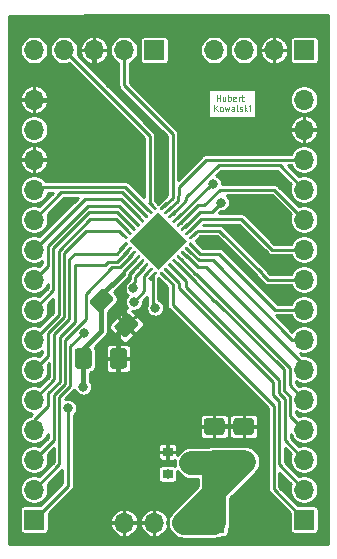
<source format=gbr>
%TF.GenerationSoftware,KiCad,Pcbnew,(5.1.6)-1*%
%TF.CreationDate,2021-02-26T18:45:46+01:00*%
%TF.ProjectId,STM32G031K8U6_Board,53544d33-3247-4303-9331-4b3855365f42,rev?*%
%TF.SameCoordinates,Original*%
%TF.FileFunction,Copper,L1,Top*%
%TF.FilePolarity,Positive*%
%FSLAX46Y46*%
G04 Gerber Fmt 4.6, Leading zero omitted, Abs format (unit mm)*
G04 Created by KiCad (PCBNEW (5.1.6)-1) date 2021-02-26 18:45:46*
%MOMM*%
%LPD*%
G01*
G04 APERTURE LIST*
%TA.AperFunction,NonConductor*%
%ADD10C,0.125000*%
%TD*%
%TA.AperFunction,ComponentPad*%
%ADD11R,1.700000X1.700000*%
%TD*%
%TA.AperFunction,ComponentPad*%
%ADD12O,1.700000X1.700000*%
%TD*%
%TA.AperFunction,SMDPad,CuDef*%
%ADD13R,0.900000X0.800000*%
%TD*%
%TA.AperFunction,SMDPad,CuDef*%
%ADD14C,0.100000*%
%TD*%
%TA.AperFunction,ViaPad*%
%ADD15C,0.800000*%
%TD*%
%TA.AperFunction,Conductor*%
%ADD16C,0.400000*%
%TD*%
%TA.AperFunction,Conductor*%
%ADD17C,0.250000*%
%TD*%
%TA.AperFunction,Conductor*%
%ADD18C,2.000000*%
%TD*%
%TA.AperFunction,Conductor*%
%ADD19C,0.220000*%
%TD*%
G04 APERTURE END LIST*
D10*
X127202380Y-43288690D02*
X127202380Y-42788690D01*
X127202380Y-43026785D02*
X127488095Y-43026785D01*
X127488095Y-43288690D02*
X127488095Y-42788690D01*
X127940476Y-42955357D02*
X127940476Y-43288690D01*
X127726190Y-42955357D02*
X127726190Y-43217261D01*
X127750000Y-43264880D01*
X127797619Y-43288690D01*
X127869047Y-43288690D01*
X127916666Y-43264880D01*
X127940476Y-43241071D01*
X128178571Y-43288690D02*
X128178571Y-42788690D01*
X128178571Y-42979166D02*
X128226190Y-42955357D01*
X128321428Y-42955357D01*
X128369047Y-42979166D01*
X128392857Y-43002976D01*
X128416666Y-43050595D01*
X128416666Y-43193452D01*
X128392857Y-43241071D01*
X128369047Y-43264880D01*
X128321428Y-43288690D01*
X128226190Y-43288690D01*
X128178571Y-43264880D01*
X128821428Y-43264880D02*
X128773809Y-43288690D01*
X128678571Y-43288690D01*
X128630952Y-43264880D01*
X128607142Y-43217261D01*
X128607142Y-43026785D01*
X128630952Y-42979166D01*
X128678571Y-42955357D01*
X128773809Y-42955357D01*
X128821428Y-42979166D01*
X128845238Y-43026785D01*
X128845238Y-43074404D01*
X128607142Y-43122023D01*
X129059523Y-43288690D02*
X129059523Y-42955357D01*
X129059523Y-43050595D02*
X129083333Y-43002976D01*
X129107142Y-42979166D01*
X129154761Y-42955357D01*
X129202380Y-42955357D01*
X129297619Y-42955357D02*
X129488095Y-42955357D01*
X129369047Y-42788690D02*
X129369047Y-43217261D01*
X129392857Y-43264880D01*
X129440476Y-43288690D01*
X129488095Y-43288690D01*
X127000000Y-44163690D02*
X127000000Y-43663690D01*
X127285714Y-44163690D02*
X127071428Y-43877976D01*
X127285714Y-43663690D02*
X127000000Y-43949404D01*
X127571428Y-44163690D02*
X127523809Y-44139880D01*
X127500000Y-44116071D01*
X127476190Y-44068452D01*
X127476190Y-43925595D01*
X127500000Y-43877976D01*
X127523809Y-43854166D01*
X127571428Y-43830357D01*
X127642857Y-43830357D01*
X127690476Y-43854166D01*
X127714285Y-43877976D01*
X127738095Y-43925595D01*
X127738095Y-44068452D01*
X127714285Y-44116071D01*
X127690476Y-44139880D01*
X127642857Y-44163690D01*
X127571428Y-44163690D01*
X127904761Y-43830357D02*
X128000000Y-44163690D01*
X128095238Y-43925595D01*
X128190476Y-44163690D01*
X128285714Y-43830357D01*
X128690476Y-44163690D02*
X128690476Y-43901785D01*
X128666666Y-43854166D01*
X128619047Y-43830357D01*
X128523809Y-43830357D01*
X128476190Y-43854166D01*
X128690476Y-44139880D02*
X128642857Y-44163690D01*
X128523809Y-44163690D01*
X128476190Y-44139880D01*
X128452380Y-44092261D01*
X128452380Y-44044642D01*
X128476190Y-43997023D01*
X128523809Y-43973214D01*
X128642857Y-43973214D01*
X128690476Y-43949404D01*
X129000000Y-44163690D02*
X128952380Y-44139880D01*
X128928571Y-44092261D01*
X128928571Y-43663690D01*
X129166666Y-44139880D02*
X129214285Y-44163690D01*
X129309523Y-44163690D01*
X129357142Y-44139880D01*
X129380952Y-44092261D01*
X129380952Y-44068452D01*
X129357142Y-44020833D01*
X129309523Y-43997023D01*
X129238095Y-43997023D01*
X129190476Y-43973214D01*
X129166666Y-43925595D01*
X129166666Y-43901785D01*
X129190476Y-43854166D01*
X129238095Y-43830357D01*
X129309523Y-43830357D01*
X129357142Y-43854166D01*
X129595238Y-44163690D02*
X129595238Y-43663690D01*
X129642857Y-43973214D02*
X129785714Y-44163690D01*
X129785714Y-43830357D02*
X129595238Y-44020833D01*
X130000000Y-44163690D02*
X130000000Y-43830357D01*
X130000000Y-43663690D02*
X129976190Y-43687500D01*
X130000000Y-43711309D01*
X130023809Y-43687500D01*
X130000000Y-43663690D01*
X130000000Y-43711309D01*
D11*
%TO.P,J4,1*%
%TO.N,/PA1*%
X111760000Y-78740000D03*
D12*
%TO.P,J4,2*%
%TO.N,/PA0*%
X111760000Y-76200000D03*
%TO.P,J4,3*%
%TO.N,/PC15*%
X111760000Y-73660000D03*
%TO.P,J4,4*%
%TO.N,/PC14*%
X111760000Y-71120000D03*
%TO.P,J4,5*%
%TO.N,/PB9*%
X111760000Y-68580000D03*
%TO.P,J4,6*%
%TO.N,/PB8*%
X111760000Y-66040000D03*
%TO.P,J4,7*%
%TO.N,/PB7*%
X111760000Y-63500000D03*
%TO.P,J4,8*%
%TO.N,/PB6*%
X111760000Y-60960000D03*
%TO.P,J4,9*%
%TO.N,/PB5*%
X111760000Y-58420000D03*
%TO.P,J4,10*%
%TO.N,/PB4*%
X111760000Y-55880000D03*
%TO.P,J4,11*%
%TO.N,/PB3*%
X111760000Y-53340000D03*
%TO.P,J4,12*%
%TO.N,/PA15*%
X111760000Y-50800000D03*
%TO.P,J4,13*%
%TO.N,GND*%
X111760000Y-48260000D03*
%TO.P,J4,14*%
%TO.N,+3V3*%
X111760000Y-45720000D03*
%TO.P,J4,15*%
%TO.N,GND*%
X111760000Y-43180000D03*
%TD*%
%TO.P,C4,2*%
%TO.N,GND*%
%TA.AperFunction,SMDPad,CuDef*%
G36*
G01*
X130125000Y-71575000D02*
X128875000Y-71575000D01*
G75*
G02*
X128625000Y-71325000I0J250000D01*
G01*
X128625000Y-70400000D01*
G75*
G02*
X128875000Y-70150000I250000J0D01*
G01*
X130125000Y-70150000D01*
G75*
G02*
X130375000Y-70400000I0J-250000D01*
G01*
X130375000Y-71325000D01*
G75*
G02*
X130125000Y-71575000I-250000J0D01*
G01*
G37*
%TD.AperFunction*%
%TO.P,C4,1*%
%TO.N,VDC*%
%TA.AperFunction,SMDPad,CuDef*%
G36*
G01*
X130125000Y-74550000D02*
X128875000Y-74550000D01*
G75*
G02*
X128625000Y-74300000I0J250000D01*
G01*
X128625000Y-73375000D01*
G75*
G02*
X128875000Y-73125000I250000J0D01*
G01*
X130125000Y-73125000D01*
G75*
G02*
X130375000Y-73375000I0J-250000D01*
G01*
X130375000Y-74300000D01*
G75*
G02*
X130125000Y-74550000I-250000J0D01*
G01*
G37*
%TD.AperFunction*%
%TD*%
%TO.P,C6,1*%
%TO.N,+3V3*%
%TA.AperFunction,SMDPad,CuDef*%
G36*
G01*
X116502424Y-60136307D02*
X117386307Y-59252423D01*
G75*
G02*
X117739861Y-59252423I176777J-176777D01*
G01*
X118393935Y-59906497D01*
G75*
G02*
X118393935Y-60260051I-176777J-176777D01*
G01*
X117510051Y-61143935D01*
G75*
G02*
X117156497Y-61143935I-176777J176777D01*
G01*
X116502423Y-60489861D01*
G75*
G02*
X116502423Y-60136307I176777J176777D01*
G01*
G37*
%TD.AperFunction*%
%TO.P,C6,2*%
%TO.N,GND*%
%TA.AperFunction,SMDPad,CuDef*%
G36*
G01*
X118606066Y-62239949D02*
X119489949Y-61356065D01*
G75*
G02*
X119843503Y-61356065I176777J-176777D01*
G01*
X120497577Y-62010139D01*
G75*
G02*
X120497577Y-62363693I-176777J-176777D01*
G01*
X119613693Y-63247577D01*
G75*
G02*
X119260139Y-63247577I-176777J176777D01*
G01*
X118606065Y-62593503D01*
G75*
G02*
X118606065Y-62239949I176777J176777D01*
G01*
G37*
%TD.AperFunction*%
%TD*%
D11*
%TO.P,J1,1*%
%TO.N,/PA2*%
X134620000Y-78740000D03*
D12*
%TO.P,J1,2*%
%TO.N,/PA3*%
X134620000Y-76200000D03*
%TO.P,J1,3*%
%TO.N,/PA4*%
X134620000Y-73660000D03*
%TO.P,J1,4*%
%TO.N,/PA5*%
X134620000Y-71120000D03*
%TO.P,J1,5*%
%TO.N,/PA6*%
X134620000Y-68580000D03*
%TO.P,J1,6*%
%TO.N,/PA7*%
X134620000Y-66040000D03*
%TO.P,J1,7*%
%TO.N,/PB0*%
X134620000Y-63500000D03*
%TO.P,J1,8*%
%TO.N,/PB1*%
X134620000Y-60960000D03*
%TO.P,J1,9*%
%TO.N,/PB2*%
X134620000Y-58420000D03*
%TO.P,J1,10*%
%TO.N,/PA8*%
X134620000Y-55880000D03*
%TO.P,J1,11*%
%TO.N,/PC6*%
X134620000Y-53340000D03*
%TO.P,J1,12*%
%TO.N,/PA11*%
X134620000Y-50800000D03*
%TO.P,J1,13*%
%TO.N,/PA12*%
X134620000Y-48260000D03*
%TO.P,J1,14*%
%TO.N,GND*%
X134620000Y-45720000D03*
%TO.P,J1,15*%
%TO.N,+3V3*%
X134620000Y-43180000D03*
%TD*%
D11*
%TO.P,J2,1*%
%TO.N,+3V3*%
X134620000Y-39000000D03*
D12*
%TO.P,J2,2*%
%TO.N,GND*%
X132080000Y-39000000D03*
%TO.P,J2,3*%
%TO.N,/PA9*%
X129540000Y-39000000D03*
%TO.P,J2,4*%
%TO.N,/PA10*%
X127000000Y-39000000D03*
%TD*%
D11*
%TO.P,J3,1*%
%TO.N,/MCU_RST*%
X121920000Y-39000000D03*
D12*
%TO.P,J3,2*%
%TO.N,/SWDIO*%
X119380000Y-39000000D03*
%TO.P,J3,3*%
%TO.N,GND*%
X116840000Y-39000000D03*
%TO.P,J3,4*%
%TO.N,/SWCLK*%
X114300000Y-39000000D03*
%TO.P,J3,5*%
%TO.N,+3V3*%
X111760000Y-39000000D03*
%TD*%
%TO.P,J5,4*%
%TO.N,GND*%
X119380000Y-79000000D03*
%TO.P,J5,3*%
X121920000Y-79000000D03*
%TO.P,J5,2*%
%TO.N,VDC*%
X124460000Y-79000000D03*
D11*
%TO.P,J5,1*%
X127000000Y-79000000D03*
%TD*%
D13*
%TO.P,Q1,1*%
%TO.N,GND*%
X123050000Y-73000000D03*
%TO.P,Q1,2*%
%TO.N,Net-(C5-Pad1)*%
X123050000Y-74900000D03*
%TO.P,Q1,3*%
%TO.N,VDC*%
X125050000Y-73950000D03*
%TD*%
%TO.P,R1,1*%
%TO.N,VDC*%
%TA.AperFunction,SMDPad,CuDef*%
G36*
G01*
X127625000Y-74550000D02*
X126375000Y-74550000D01*
G75*
G02*
X126125000Y-74300000I0J250000D01*
G01*
X126125000Y-73375000D01*
G75*
G02*
X126375000Y-73125000I250000J0D01*
G01*
X127625000Y-73125000D01*
G75*
G02*
X127875000Y-73375000I0J-250000D01*
G01*
X127875000Y-74300000D01*
G75*
G02*
X127625000Y-74550000I-250000J0D01*
G01*
G37*
%TD.AperFunction*%
%TO.P,R1,2*%
%TO.N,GND*%
%TA.AperFunction,SMDPad,CuDef*%
G36*
G01*
X127625000Y-71575000D02*
X126375000Y-71575000D01*
G75*
G02*
X126125000Y-71325000I0J250000D01*
G01*
X126125000Y-70400000D01*
G75*
G02*
X126375000Y-70150000I250000J0D01*
G01*
X127625000Y-70150000D01*
G75*
G02*
X127875000Y-70400000I0J-250000D01*
G01*
X127875000Y-71325000D01*
G75*
G02*
X127625000Y-71575000I-250000J0D01*
G01*
G37*
%TD.AperFunction*%
%TD*%
%TO.P,C2,1*%
%TO.N,+3V3*%
%TA.AperFunction,SMDPad,CuDef*%
G36*
G01*
X115200000Y-65725000D02*
X115200000Y-64475000D01*
G75*
G02*
X115450000Y-64225000I250000J0D01*
G01*
X116375000Y-64225000D01*
G75*
G02*
X116625000Y-64475000I0J-250000D01*
G01*
X116625000Y-65725000D01*
G75*
G02*
X116375000Y-65975000I-250000J0D01*
G01*
X115450000Y-65975000D01*
G75*
G02*
X115200000Y-65725000I0J250000D01*
G01*
G37*
%TD.AperFunction*%
%TO.P,C2,2*%
%TO.N,GND*%
%TA.AperFunction,SMDPad,CuDef*%
G36*
G01*
X118175000Y-65725000D02*
X118175000Y-64475000D01*
G75*
G02*
X118425000Y-64225000I250000J0D01*
G01*
X119350000Y-64225000D01*
G75*
G02*
X119600000Y-64475000I0J-250000D01*
G01*
X119600000Y-65725000D01*
G75*
G02*
X119350000Y-65975000I-250000J0D01*
G01*
X118425000Y-65975000D01*
G75*
G02*
X118175000Y-65725000I0J250000D01*
G01*
G37*
%TD.AperFunction*%
%TD*%
%TO.P,U1,1*%
%TO.N,/PB9*%
%TA.AperFunction,SMDPad,CuDef*%
G36*
G01*
X119049961Y-55988679D02*
X118961573Y-55900291D01*
G75*
G02*
X118961573Y-55811903I44194J44194D01*
G01*
X119491903Y-55281573D01*
G75*
G02*
X119580291Y-55281573I44194J-44194D01*
G01*
X119668679Y-55369961D01*
G75*
G02*
X119668679Y-55458349I-44194J-44194D01*
G01*
X119138349Y-55988679D01*
G75*
G02*
X119049961Y-55988679I-44194J44194D01*
G01*
G37*
%TD.AperFunction*%
%TO.P,U1,2*%
%TO.N,/PC14*%
%TA.AperFunction,SMDPad,CuDef*%
G36*
G01*
X119403515Y-56342232D02*
X119315127Y-56253844D01*
G75*
G02*
X119315127Y-56165456I44194J44194D01*
G01*
X119845457Y-55635126D01*
G75*
G02*
X119933845Y-55635126I44194J-44194D01*
G01*
X120022233Y-55723514D01*
G75*
G02*
X120022233Y-55811902I-44194J-44194D01*
G01*
X119491903Y-56342232D01*
G75*
G02*
X119403515Y-56342232I-44194J44194D01*
G01*
G37*
%TD.AperFunction*%
%TO.P,U1,3*%
%TO.N,/PC15*%
%TA.AperFunction,SMDPad,CuDef*%
G36*
G01*
X119757068Y-56695786D02*
X119668680Y-56607398D01*
G75*
G02*
X119668680Y-56519010I44194J44194D01*
G01*
X120199010Y-55988680D01*
G75*
G02*
X120287398Y-55988680I44194J-44194D01*
G01*
X120375786Y-56077068D01*
G75*
G02*
X120375786Y-56165456I-44194J-44194D01*
G01*
X119845456Y-56695786D01*
G75*
G02*
X119757068Y-56695786I-44194J44194D01*
G01*
G37*
%TD.AperFunction*%
%TO.P,U1,4*%
%TO.N,+3V3*%
%TA.AperFunction,SMDPad,CuDef*%
G36*
G01*
X120110622Y-57049339D02*
X120022234Y-56960951D01*
G75*
G02*
X120022234Y-56872563I44194J44194D01*
G01*
X120552564Y-56342233D01*
G75*
G02*
X120640952Y-56342233I44194J-44194D01*
G01*
X120729340Y-56430621D01*
G75*
G02*
X120729340Y-56519009I-44194J-44194D01*
G01*
X120199010Y-57049339D01*
G75*
G02*
X120110622Y-57049339I-44194J44194D01*
G01*
G37*
%TD.AperFunction*%
%TO.P,U1,5*%
%TO.N,GND*%
%TA.AperFunction,SMDPad,CuDef*%
G36*
G01*
X120464175Y-57402892D02*
X120375787Y-57314504D01*
G75*
G02*
X120375787Y-57226116I44194J44194D01*
G01*
X120906117Y-56695786D01*
G75*
G02*
X120994505Y-56695786I44194J-44194D01*
G01*
X121082893Y-56784174D01*
G75*
G02*
X121082893Y-56872562I-44194J-44194D01*
G01*
X120552563Y-57402892D01*
G75*
G02*
X120464175Y-57402892I-44194J44194D01*
G01*
G37*
%TD.AperFunction*%
%TO.P,U1,6*%
%TO.N,/MCU_RST*%
%TA.AperFunction,SMDPad,CuDef*%
G36*
G01*
X120817728Y-57756446D02*
X120729340Y-57668058D01*
G75*
G02*
X120729340Y-57579670I44194J44194D01*
G01*
X121259670Y-57049340D01*
G75*
G02*
X121348058Y-57049340I44194J-44194D01*
G01*
X121436446Y-57137728D01*
G75*
G02*
X121436446Y-57226116I-44194J-44194D01*
G01*
X120906116Y-57756446D01*
G75*
G02*
X120817728Y-57756446I-44194J44194D01*
G01*
G37*
%TD.AperFunction*%
%TO.P,U1,7*%
%TO.N,/PA0*%
%TA.AperFunction,SMDPad,CuDef*%
G36*
G01*
X121171282Y-58109999D02*
X121082894Y-58021611D01*
G75*
G02*
X121082894Y-57933223I44194J44194D01*
G01*
X121613224Y-57402893D01*
G75*
G02*
X121701612Y-57402893I44194J-44194D01*
G01*
X121790000Y-57491281D01*
G75*
G02*
X121790000Y-57579669I-44194J-44194D01*
G01*
X121259670Y-58109999D01*
G75*
G02*
X121171282Y-58109999I-44194J44194D01*
G01*
G37*
%TD.AperFunction*%
%TO.P,U1,8*%
%TO.N,/PA1*%
%TA.AperFunction,SMDPad,CuDef*%
G36*
G01*
X121524835Y-58463553D02*
X121436447Y-58375165D01*
G75*
G02*
X121436447Y-58286777I44194J44194D01*
G01*
X121966777Y-57756447D01*
G75*
G02*
X122055165Y-57756447I44194J-44194D01*
G01*
X122143553Y-57844835D01*
G75*
G02*
X122143553Y-57933223I-44194J-44194D01*
G01*
X121613223Y-58463553D01*
G75*
G02*
X121524835Y-58463553I-44194J44194D01*
G01*
G37*
%TD.AperFunction*%
%TO.P,U1,9*%
%TO.N,/PA2*%
%TA.AperFunction,SMDPad,CuDef*%
G36*
G01*
X122939049Y-58463553D02*
X122408719Y-57933223D01*
G75*
G02*
X122408719Y-57844835I44194J44194D01*
G01*
X122497107Y-57756447D01*
G75*
G02*
X122585495Y-57756447I44194J-44194D01*
G01*
X123115825Y-58286777D01*
G75*
G02*
X123115825Y-58375165I-44194J-44194D01*
G01*
X123027437Y-58463553D01*
G75*
G02*
X122939049Y-58463553I-44194J44194D01*
G01*
G37*
%TD.AperFunction*%
%TO.P,U1,10*%
%TO.N,/PA3*%
%TA.AperFunction,SMDPad,CuDef*%
G36*
G01*
X123292602Y-58109999D02*
X122762272Y-57579669D01*
G75*
G02*
X122762272Y-57491281I44194J44194D01*
G01*
X122850660Y-57402893D01*
G75*
G02*
X122939048Y-57402893I44194J-44194D01*
G01*
X123469378Y-57933223D01*
G75*
G02*
X123469378Y-58021611I-44194J-44194D01*
G01*
X123380990Y-58109999D01*
G75*
G02*
X123292602Y-58109999I-44194J44194D01*
G01*
G37*
%TD.AperFunction*%
%TO.P,U1,11*%
%TO.N,/PA4*%
%TA.AperFunction,SMDPad,CuDef*%
G36*
G01*
X123646156Y-57756446D02*
X123115826Y-57226116D01*
G75*
G02*
X123115826Y-57137728I44194J44194D01*
G01*
X123204214Y-57049340D01*
G75*
G02*
X123292602Y-57049340I44194J-44194D01*
G01*
X123822932Y-57579670D01*
G75*
G02*
X123822932Y-57668058I-44194J-44194D01*
G01*
X123734544Y-57756446D01*
G75*
G02*
X123646156Y-57756446I-44194J44194D01*
G01*
G37*
%TD.AperFunction*%
%TO.P,U1,12*%
%TO.N,/PA5*%
%TA.AperFunction,SMDPad,CuDef*%
G36*
G01*
X123999709Y-57402892D02*
X123469379Y-56872562D01*
G75*
G02*
X123469379Y-56784174I44194J44194D01*
G01*
X123557767Y-56695786D01*
G75*
G02*
X123646155Y-56695786I44194J-44194D01*
G01*
X124176485Y-57226116D01*
G75*
G02*
X124176485Y-57314504I-44194J-44194D01*
G01*
X124088097Y-57402892D01*
G75*
G02*
X123999709Y-57402892I-44194J44194D01*
G01*
G37*
%TD.AperFunction*%
%TO.P,U1,13*%
%TO.N,/PA6*%
%TA.AperFunction,SMDPad,CuDef*%
G36*
G01*
X124353262Y-57049339D02*
X123822932Y-56519009D01*
G75*
G02*
X123822932Y-56430621I44194J44194D01*
G01*
X123911320Y-56342233D01*
G75*
G02*
X123999708Y-56342233I44194J-44194D01*
G01*
X124530038Y-56872563D01*
G75*
G02*
X124530038Y-56960951I-44194J-44194D01*
G01*
X124441650Y-57049339D01*
G75*
G02*
X124353262Y-57049339I-44194J44194D01*
G01*
G37*
%TD.AperFunction*%
%TO.P,U1,14*%
%TO.N,/PA7*%
%TA.AperFunction,SMDPad,CuDef*%
G36*
G01*
X124706816Y-56695786D02*
X124176486Y-56165456D01*
G75*
G02*
X124176486Y-56077068I44194J44194D01*
G01*
X124264874Y-55988680D01*
G75*
G02*
X124353262Y-55988680I44194J-44194D01*
G01*
X124883592Y-56519010D01*
G75*
G02*
X124883592Y-56607398I-44194J-44194D01*
G01*
X124795204Y-56695786D01*
G75*
G02*
X124706816Y-56695786I-44194J44194D01*
G01*
G37*
%TD.AperFunction*%
%TO.P,U1,15*%
%TO.N,/PB0*%
%TA.AperFunction,SMDPad,CuDef*%
G36*
G01*
X125060369Y-56342232D02*
X124530039Y-55811902D01*
G75*
G02*
X124530039Y-55723514I44194J44194D01*
G01*
X124618427Y-55635126D01*
G75*
G02*
X124706815Y-55635126I44194J-44194D01*
G01*
X125237145Y-56165456D01*
G75*
G02*
X125237145Y-56253844I-44194J-44194D01*
G01*
X125148757Y-56342232D01*
G75*
G02*
X125060369Y-56342232I-44194J44194D01*
G01*
G37*
%TD.AperFunction*%
%TO.P,U1,16*%
%TO.N,/PB1*%
%TA.AperFunction,SMDPad,CuDef*%
G36*
G01*
X125413923Y-55988679D02*
X124883593Y-55458349D01*
G75*
G02*
X124883593Y-55369961I44194J44194D01*
G01*
X124971981Y-55281573D01*
G75*
G02*
X125060369Y-55281573I44194J-44194D01*
G01*
X125590699Y-55811903D01*
G75*
G02*
X125590699Y-55900291I-44194J-44194D01*
G01*
X125502311Y-55988679D01*
G75*
G02*
X125413923Y-55988679I-44194J44194D01*
G01*
G37*
%TD.AperFunction*%
%TO.P,U1,17*%
%TO.N,/PB2*%
%TA.AperFunction,SMDPad,CuDef*%
G36*
G01*
X124971981Y-55016407D02*
X124883593Y-54928019D01*
G75*
G02*
X124883593Y-54839631I44194J44194D01*
G01*
X125413923Y-54309301D01*
G75*
G02*
X125502311Y-54309301I44194J-44194D01*
G01*
X125590699Y-54397689D01*
G75*
G02*
X125590699Y-54486077I-44194J-44194D01*
G01*
X125060369Y-55016407D01*
G75*
G02*
X124971981Y-55016407I-44194J44194D01*
G01*
G37*
%TD.AperFunction*%
%TO.P,U1,18*%
%TO.N,/PA8*%
%TA.AperFunction,SMDPad,CuDef*%
G36*
G01*
X124618427Y-54662854D02*
X124530039Y-54574466D01*
G75*
G02*
X124530039Y-54486078I44194J44194D01*
G01*
X125060369Y-53955748D01*
G75*
G02*
X125148757Y-53955748I44194J-44194D01*
G01*
X125237145Y-54044136D01*
G75*
G02*
X125237145Y-54132524I-44194J-44194D01*
G01*
X124706815Y-54662854D01*
G75*
G02*
X124618427Y-54662854I-44194J44194D01*
G01*
G37*
%TD.AperFunction*%
%TO.P,U1,19*%
%TO.N,/PA9*%
%TA.AperFunction,SMDPad,CuDef*%
G36*
G01*
X124264874Y-54309300D02*
X124176486Y-54220912D01*
G75*
G02*
X124176486Y-54132524I44194J44194D01*
G01*
X124706816Y-53602194D01*
G75*
G02*
X124795204Y-53602194I44194J-44194D01*
G01*
X124883592Y-53690582D01*
G75*
G02*
X124883592Y-53778970I-44194J-44194D01*
G01*
X124353262Y-54309300D01*
G75*
G02*
X124264874Y-54309300I-44194J44194D01*
G01*
G37*
%TD.AperFunction*%
%TO.P,U1,20*%
%TO.N,/PC6*%
%TA.AperFunction,SMDPad,CuDef*%
G36*
G01*
X123911320Y-53955747D02*
X123822932Y-53867359D01*
G75*
G02*
X123822932Y-53778971I44194J44194D01*
G01*
X124353262Y-53248641D01*
G75*
G02*
X124441650Y-53248641I44194J-44194D01*
G01*
X124530038Y-53337029D01*
G75*
G02*
X124530038Y-53425417I-44194J-44194D01*
G01*
X123999708Y-53955747D01*
G75*
G02*
X123911320Y-53955747I-44194J44194D01*
G01*
G37*
%TD.AperFunction*%
%TO.P,U1,21*%
%TO.N,/PA10*%
%TA.AperFunction,SMDPad,CuDef*%
G36*
G01*
X123557767Y-53602194D02*
X123469379Y-53513806D01*
G75*
G02*
X123469379Y-53425418I44194J44194D01*
G01*
X123999709Y-52895088D01*
G75*
G02*
X124088097Y-52895088I44194J-44194D01*
G01*
X124176485Y-52983476D01*
G75*
G02*
X124176485Y-53071864I-44194J-44194D01*
G01*
X123646155Y-53602194D01*
G75*
G02*
X123557767Y-53602194I-44194J44194D01*
G01*
G37*
%TD.AperFunction*%
%TO.P,U1,22*%
%TO.N,/PA11*%
%TA.AperFunction,SMDPad,CuDef*%
G36*
G01*
X123204214Y-53248640D02*
X123115826Y-53160252D01*
G75*
G02*
X123115826Y-53071864I44194J44194D01*
G01*
X123646156Y-52541534D01*
G75*
G02*
X123734544Y-52541534I44194J-44194D01*
G01*
X123822932Y-52629922D01*
G75*
G02*
X123822932Y-52718310I-44194J-44194D01*
G01*
X123292602Y-53248640D01*
G75*
G02*
X123204214Y-53248640I-44194J44194D01*
G01*
G37*
%TD.AperFunction*%
%TO.P,U1,23*%
%TO.N,/PA12*%
%TA.AperFunction,SMDPad,CuDef*%
G36*
G01*
X122850660Y-52895087D02*
X122762272Y-52806699D01*
G75*
G02*
X122762272Y-52718311I44194J44194D01*
G01*
X123292602Y-52187981D01*
G75*
G02*
X123380990Y-52187981I44194J-44194D01*
G01*
X123469378Y-52276369D01*
G75*
G02*
X123469378Y-52364757I-44194J-44194D01*
G01*
X122939048Y-52895087D01*
G75*
G02*
X122850660Y-52895087I-44194J44194D01*
G01*
G37*
%TD.AperFunction*%
%TO.P,U1,24*%
%TO.N,/SWDIO*%
%TA.AperFunction,SMDPad,CuDef*%
G36*
G01*
X122497107Y-52541533D02*
X122408719Y-52453145D01*
G75*
G02*
X122408719Y-52364757I44194J44194D01*
G01*
X122939049Y-51834427D01*
G75*
G02*
X123027437Y-51834427I44194J-44194D01*
G01*
X123115825Y-51922815D01*
G75*
G02*
X123115825Y-52011203I-44194J-44194D01*
G01*
X122585495Y-52541533D01*
G75*
G02*
X122497107Y-52541533I-44194J44194D01*
G01*
G37*
%TD.AperFunction*%
%TO.P,U1,25*%
%TO.N,/SWCLK*%
%TA.AperFunction,SMDPad,CuDef*%
G36*
G01*
X121966777Y-52541533D02*
X121436447Y-52011203D01*
G75*
G02*
X121436447Y-51922815I44194J44194D01*
G01*
X121524835Y-51834427D01*
G75*
G02*
X121613223Y-51834427I44194J-44194D01*
G01*
X122143553Y-52364757D01*
G75*
G02*
X122143553Y-52453145I-44194J-44194D01*
G01*
X122055165Y-52541533D01*
G75*
G02*
X121966777Y-52541533I-44194J44194D01*
G01*
G37*
%TD.AperFunction*%
%TO.P,U1,26*%
%TO.N,/PA15*%
%TA.AperFunction,SMDPad,CuDef*%
G36*
G01*
X121613224Y-52895087D02*
X121082894Y-52364757D01*
G75*
G02*
X121082894Y-52276369I44194J44194D01*
G01*
X121171282Y-52187981D01*
G75*
G02*
X121259670Y-52187981I44194J-44194D01*
G01*
X121790000Y-52718311D01*
G75*
G02*
X121790000Y-52806699I-44194J-44194D01*
G01*
X121701612Y-52895087D01*
G75*
G02*
X121613224Y-52895087I-44194J44194D01*
G01*
G37*
%TD.AperFunction*%
%TO.P,U1,27*%
%TO.N,/PB3*%
%TA.AperFunction,SMDPad,CuDef*%
G36*
G01*
X121259670Y-53248640D02*
X120729340Y-52718310D01*
G75*
G02*
X120729340Y-52629922I44194J44194D01*
G01*
X120817728Y-52541534D01*
G75*
G02*
X120906116Y-52541534I44194J-44194D01*
G01*
X121436446Y-53071864D01*
G75*
G02*
X121436446Y-53160252I-44194J-44194D01*
G01*
X121348058Y-53248640D01*
G75*
G02*
X121259670Y-53248640I-44194J44194D01*
G01*
G37*
%TD.AperFunction*%
%TO.P,U1,28*%
%TO.N,/PB4*%
%TA.AperFunction,SMDPad,CuDef*%
G36*
G01*
X120906117Y-53602194D02*
X120375787Y-53071864D01*
G75*
G02*
X120375787Y-52983476I44194J44194D01*
G01*
X120464175Y-52895088D01*
G75*
G02*
X120552563Y-52895088I44194J-44194D01*
G01*
X121082893Y-53425418D01*
G75*
G02*
X121082893Y-53513806I-44194J-44194D01*
G01*
X120994505Y-53602194D01*
G75*
G02*
X120906117Y-53602194I-44194J44194D01*
G01*
G37*
%TD.AperFunction*%
%TO.P,U1,29*%
%TO.N,/PB5*%
%TA.AperFunction,SMDPad,CuDef*%
G36*
G01*
X120552564Y-53955747D02*
X120022234Y-53425417D01*
G75*
G02*
X120022234Y-53337029I44194J44194D01*
G01*
X120110622Y-53248641D01*
G75*
G02*
X120199010Y-53248641I44194J-44194D01*
G01*
X120729340Y-53778971D01*
G75*
G02*
X120729340Y-53867359I-44194J-44194D01*
G01*
X120640952Y-53955747D01*
G75*
G02*
X120552564Y-53955747I-44194J44194D01*
G01*
G37*
%TD.AperFunction*%
%TO.P,U1,30*%
%TO.N,/PB6*%
%TA.AperFunction,SMDPad,CuDef*%
G36*
G01*
X120199010Y-54309300D02*
X119668680Y-53778970D01*
G75*
G02*
X119668680Y-53690582I44194J44194D01*
G01*
X119757068Y-53602194D01*
G75*
G02*
X119845456Y-53602194I44194J-44194D01*
G01*
X120375786Y-54132524D01*
G75*
G02*
X120375786Y-54220912I-44194J-44194D01*
G01*
X120287398Y-54309300D01*
G75*
G02*
X120199010Y-54309300I-44194J44194D01*
G01*
G37*
%TD.AperFunction*%
%TO.P,U1,31*%
%TO.N,/PB7*%
%TA.AperFunction,SMDPad,CuDef*%
G36*
G01*
X119845457Y-54662854D02*
X119315127Y-54132524D01*
G75*
G02*
X119315127Y-54044136I44194J44194D01*
G01*
X119403515Y-53955748D01*
G75*
G02*
X119491903Y-53955748I44194J-44194D01*
G01*
X120022233Y-54486078D01*
G75*
G02*
X120022233Y-54574466I-44194J-44194D01*
G01*
X119933845Y-54662854D01*
G75*
G02*
X119845457Y-54662854I-44194J44194D01*
G01*
G37*
%TD.AperFunction*%
%TO.P,U1,32*%
%TO.N,/PB8*%
%TA.AperFunction,SMDPad,CuDef*%
G36*
G01*
X119491903Y-55016407D02*
X118961573Y-54486077D01*
G75*
G02*
X118961573Y-54397689I44194J44194D01*
G01*
X119049961Y-54309301D01*
G75*
G02*
X119138349Y-54309301I44194J-44194D01*
G01*
X119668679Y-54839631D01*
G75*
G02*
X119668679Y-54928019I-44194J-44194D01*
G01*
X119580291Y-55016407D01*
G75*
G02*
X119491903Y-55016407I-44194J44194D01*
G01*
G37*
%TD.AperFunction*%
%TA.AperFunction,SMDPad,CuDef*%
D14*
%TO.P,U1,33*%
%TO.N,N/C*%
G36*
X122276136Y-57588508D02*
G01*
X119836618Y-55148990D01*
X122276136Y-52709472D01*
X124715654Y-55148990D01*
X122276136Y-57588508D01*
G37*
%TD.AperFunction*%
%TD*%
D15*
%TO.N,GND*%
X118887500Y-67500000D03*
X118172653Y-41847347D03*
X116840000Y-43180000D03*
X120650000Y-41910000D03*
X123050000Y-73000000D03*
X123935000Y-66975000D03*
%TO.N,+3V3*%
X115912500Y-67500000D03*
%TO.N,Net-(C5-Pad1)*%
X123050000Y-74900000D03*
%TO.N,/PA0*%
X115943530Y-62943530D03*
X120200000Y-60300000D03*
%TO.N,/PA1*%
X122000000Y-60800000D03*
X114624078Y-69300000D03*
%TO.N,/PA9*%
X127600000Y-51900000D03*
%TO.N,/PA10*%
X126900000Y-50300000D03*
%TO.N,/MCU_RST*%
X120150000Y-59180000D03*
%TD*%
D16*
%TO.N,GND*%
X118887500Y-62966142D02*
X119551821Y-62301821D01*
X118887500Y-65100000D02*
X118887500Y-62966142D01*
X119341017Y-62091017D02*
X119551821Y-62301821D01*
X119341017Y-58974669D02*
X119341017Y-62091017D01*
X118887500Y-65100000D02*
X118887500Y-67500000D01*
X127000000Y-70862500D02*
X129500000Y-70862500D01*
X116840000Y-39000000D02*
X116840000Y-40514694D01*
X116840000Y-40514694D02*
X118172653Y-41847347D01*
X116840000Y-43180000D02*
X111760000Y-43180000D01*
D17*
X119341017Y-58915981D02*
X119341017Y-58974669D01*
X119859991Y-57918688D02*
X119859991Y-58397007D01*
X119859991Y-58397007D02*
X119341017Y-58915981D01*
X120729340Y-57049339D02*
X119859991Y-57918688D01*
D16*
%TO.N,+3V3*%
X117448179Y-59736135D02*
X119264986Y-57919328D01*
X117448179Y-60198179D02*
X117448179Y-59736135D01*
X115912500Y-65100000D02*
X115912500Y-67500000D01*
X115912500Y-65100000D02*
X115912500Y-64287500D01*
X117448179Y-62751821D02*
X117448179Y-60198179D01*
X115912500Y-64287500D02*
X117448179Y-62751821D01*
D17*
X119264986Y-57806587D02*
X120375787Y-56695786D01*
X119264986Y-57919328D02*
X119264986Y-57806587D01*
D18*
%TO.N,VDC*%
X124460000Y-79000000D02*
X127000000Y-79000000D01*
X127000000Y-76337500D02*
X129500000Y-73837500D01*
X127000000Y-79000000D02*
X127000000Y-76337500D01*
X127000000Y-76460000D02*
X127000000Y-76337500D01*
X124460000Y-79000000D02*
X127000000Y-76460000D01*
X127000000Y-73837500D02*
X127000000Y-76460000D01*
X127000000Y-73837500D02*
X129500000Y-73837500D01*
X126887500Y-73950000D02*
X127000000Y-73837500D01*
X125050000Y-73950000D02*
X126887500Y-73950000D01*
D17*
%TO.N,/PB9*%
X118727980Y-56222272D02*
X119315126Y-55635126D01*
X115177728Y-56222272D02*
X118727980Y-56222272D01*
X113458916Y-66881084D02*
X113458916Y-63073904D01*
X111760000Y-68580000D02*
X113458916Y-66881084D01*
X113458916Y-63073904D02*
X114735039Y-61797779D01*
X114735039Y-61797779D02*
X114735039Y-56664961D01*
X114735039Y-56664961D02*
X115177728Y-56222272D01*
%TO.N,/PC14*%
X118757359Y-56900000D02*
X119668680Y-55988679D01*
X113908925Y-67067485D02*
X113908926Y-63260302D01*
X115185049Y-57214951D02*
X115197388Y-57202612D01*
X111760000Y-71120000D02*
X111760000Y-70319002D01*
X115185049Y-61984179D02*
X115185049Y-57214951D01*
X118021573Y-56900000D02*
X118757359Y-56900000D01*
X112935001Y-68041409D02*
X113908925Y-67067485D01*
X115197388Y-57202612D02*
X117718961Y-57202612D01*
X112935001Y-69144001D02*
X112935001Y-68041409D01*
X117718961Y-57202612D02*
X118021573Y-56900000D01*
X111760000Y-70319002D02*
X112935001Y-69144001D01*
X113908926Y-63260302D02*
X115185049Y-61984179D01*
%TO.N,/PC15*%
X118381118Y-57353643D02*
X119010823Y-57353643D01*
X116104190Y-59630571D02*
X118381118Y-57353643D01*
X113398916Y-72021084D02*
X113398916Y-68213904D01*
X111760000Y-73660000D02*
X113398916Y-72021084D01*
X113398916Y-68213904D02*
X114358935Y-67253885D01*
X116104190Y-61757564D02*
X116104190Y-59630571D01*
X114358935Y-67253885D02*
X114358935Y-63502819D01*
X119010823Y-57353643D02*
X120022233Y-56342233D01*
X114358935Y-63502819D02*
X116104190Y-61757564D01*
%TO.N,/PA0*%
X111760000Y-76200000D02*
X113899078Y-74060922D01*
X113899078Y-68350152D02*
X114808945Y-67440285D01*
X113899078Y-74060922D02*
X113899078Y-68350152D01*
X114808945Y-67440285D02*
X114808945Y-64078115D01*
X114808945Y-64078115D02*
X115943530Y-62943530D01*
X120200000Y-60300000D02*
X120278427Y-60300000D01*
X121077718Y-58115175D02*
X121436447Y-57756446D01*
X121077718Y-59422282D02*
X120200000Y-60300000D01*
X121077718Y-58115175D02*
X121077718Y-59422282D01*
%TO.N,/PA1*%
X114624078Y-75875922D02*
X111760000Y-78740000D01*
X114624078Y-69300000D02*
X114624078Y-75875922D01*
X121527728Y-58372272D02*
X121790000Y-58110000D01*
X121790000Y-60590000D02*
X122000000Y-60800000D01*
X121790000Y-58110000D02*
X121790000Y-60590000D01*
%TO.N,/PA2*%
X123472272Y-58820000D02*
X122762272Y-58110000D01*
X123472272Y-60535623D02*
X123472272Y-58820000D01*
X132036070Y-69099421D02*
X123472272Y-60535623D01*
X134620000Y-78740000D02*
X132036070Y-76156070D01*
X132036070Y-76156070D02*
X132036070Y-69099421D01*
%TO.N,/PA3*%
X134620000Y-76200000D02*
X132486080Y-74066080D01*
X132486080Y-74066080D02*
X132486080Y-68713920D01*
X132486080Y-68713920D02*
X131999980Y-68227820D01*
X131999980Y-67099980D02*
X125300000Y-60400000D01*
X131999980Y-68227820D02*
X131999980Y-67099980D01*
X124037957Y-58678578D02*
X123115825Y-57756446D01*
X124037957Y-59121423D02*
X124037957Y-58678578D01*
X125300000Y-60383466D02*
X124037957Y-59121423D01*
X125300000Y-60400000D02*
X125300000Y-60383466D01*
%TO.N,/PA4*%
X134620000Y-73660000D02*
X132994989Y-72034989D01*
X132994989Y-68531399D02*
X132449990Y-67986400D01*
X132994989Y-72034989D02*
X132994989Y-68531399D01*
X132449990Y-66897046D02*
X124603643Y-59050699D01*
X132449990Y-67986400D02*
X132449990Y-66897046D01*
X124603643Y-58537157D02*
X123469379Y-57402893D01*
X124603643Y-59050699D02*
X124603643Y-58537157D01*
%TO.N,/PA5*%
X134620000Y-71120000D02*
X133444999Y-69944999D01*
X132900000Y-67800000D02*
X132900000Y-66036410D01*
X133444999Y-69944999D02*
X133444999Y-68344999D01*
X133444999Y-68344999D02*
X132900000Y-67800000D01*
X132900000Y-66036410D02*
X127063590Y-60200000D01*
X125169328Y-58395735D02*
X123822932Y-57049339D01*
X126973593Y-60200000D02*
X125169328Y-58395735D01*
X127063590Y-60200000D02*
X126973593Y-60200000D01*
%TO.N,/PA6*%
X134620000Y-68580000D02*
X133400000Y-67360000D01*
X133400000Y-65900000D02*
X133050000Y-65550000D01*
X133400000Y-67360000D02*
X133400000Y-65900000D01*
X133050000Y-65550000D02*
X133100000Y-65600000D01*
X125419328Y-57919328D02*
X125735014Y-58235014D01*
X125735014Y-58235014D02*
X133050000Y-65550000D01*
X124176485Y-56695786D02*
X125400027Y-57919328D01*
X125400027Y-57919328D02*
X125419328Y-57919328D01*
%TO.N,/PA7*%
X134620000Y-65672944D02*
X134620000Y-66040000D01*
X126300699Y-57353643D02*
X134620000Y-65672944D01*
X126300699Y-57353643D02*
X125593643Y-57353643D01*
X124582233Y-56342233D02*
X124530039Y-56342233D01*
X125593643Y-57353643D02*
X124582233Y-56342233D01*
%TO.N,/PB0*%
X133578427Y-63500000D02*
X134620000Y-63500000D01*
X126866384Y-56787957D02*
X133578427Y-63500000D01*
X125682870Y-56787957D02*
X126866384Y-56787957D01*
X124883592Y-55988679D02*
X125682870Y-56787957D01*
%TO.N,/PB1*%
X132169798Y-60960000D02*
X127432070Y-56222272D01*
X134620000Y-60960000D02*
X132169798Y-60960000D01*
X125824292Y-56222272D02*
X125237146Y-55635126D01*
X127432070Y-56222272D02*
X125824292Y-56222272D01*
%TO.N,/PA9*%
X127600000Y-51900000D02*
X126820000Y-52680000D01*
X125805786Y-52680000D02*
X124530039Y-53955747D01*
X126820000Y-52680000D02*
X125805786Y-52680000D01*
%TO.N,/PA10*%
X126771573Y-50300000D02*
X123822932Y-53248641D01*
X126900000Y-50300000D02*
X126771573Y-50300000D01*
%TO.N,/MCU_RST*%
X120120000Y-58832096D02*
X120310000Y-58642096D01*
X120310000Y-58642096D02*
X120310000Y-58210000D01*
X120150000Y-59180000D02*
X120120000Y-59150000D01*
X120120000Y-59150000D02*
X120120000Y-58832096D01*
X121082893Y-57437107D02*
X120310000Y-58210000D01*
X121082893Y-57402893D02*
X121082893Y-57437107D01*
%TO.N,/SWDIO*%
X123472272Y-51477980D02*
X122762272Y-52187980D01*
X123472272Y-46072272D02*
X123472272Y-51477980D01*
X119380000Y-39000000D02*
X119380000Y-41980000D01*
X119380000Y-41980000D02*
X123472272Y-46072272D01*
%TO.N,/SWCLK*%
X121527728Y-51925708D02*
X121790000Y-52187980D01*
X114300000Y-39000000D02*
X121527728Y-46227728D01*
X121527728Y-46227728D02*
X121527728Y-51925708D01*
%TO.N,/PB8*%
X118930000Y-54277728D02*
X119315126Y-54662854D01*
X116158682Y-54277728D02*
X118930000Y-54277728D01*
X112935001Y-64864999D02*
X112935001Y-62961409D01*
X114285030Y-61611380D02*
X114285031Y-56151379D01*
X111760000Y-66040000D02*
X112935001Y-64864999D01*
X112935001Y-62961409D02*
X114285030Y-61611380D01*
X114285031Y-56151379D02*
X116158682Y-54277728D01*
%TO.N,/PB7*%
X118656767Y-53297388D02*
X119668680Y-54309301D01*
X116502612Y-53297388D02*
X118656767Y-53297388D01*
X111760000Y-63500000D02*
X113835021Y-61424979D01*
X113835021Y-55964979D02*
X116502612Y-53297388D01*
X113835021Y-61424979D02*
X113835021Y-55964979D01*
%TO.N,/PB6*%
X118798189Y-52731703D02*
X120022233Y-53955747D01*
X116404707Y-52731703D02*
X118798189Y-52731703D01*
X113385011Y-55751399D02*
X116404707Y-52731703D01*
X111760000Y-60960000D02*
X113385011Y-59334989D01*
X113385011Y-59334989D02*
X113385011Y-55751399D01*
%TO.N,/PB5*%
X118939610Y-52166017D02*
X120375787Y-53602194D01*
X116333983Y-52166017D02*
X118939610Y-52166017D01*
X111760000Y-58420000D02*
X112935001Y-57244999D01*
X112935001Y-55564999D02*
X116333983Y-52166017D01*
X112935001Y-57244999D02*
X112935001Y-55564999D01*
%TO.N,/PB4*%
X116039668Y-51600332D02*
X111760000Y-55880000D01*
X116039668Y-51600332D02*
X119100332Y-51600332D01*
X120729340Y-53229340D02*
X120729340Y-53248641D01*
X119100332Y-51600332D02*
X120729340Y-53229340D01*
%TO.N,/PB3*%
X114065354Y-51034646D02*
X111760000Y-53340000D01*
X114065354Y-51034646D02*
X118834646Y-51034646D01*
X118834646Y-51034646D02*
X118839292Y-51030000D01*
X119217806Y-51030000D02*
X121082893Y-52895087D01*
X118839292Y-51030000D02*
X119217806Y-51030000D01*
%TO.N,/PA15*%
X112091039Y-50468961D02*
X111760000Y-50800000D01*
X121436447Y-52541534D02*
X121436447Y-52536447D01*
X111980010Y-50579990D02*
X111760000Y-50800000D01*
X119479990Y-50579990D02*
X111980010Y-50579990D01*
X121436447Y-52536447D02*
X119479990Y-50579990D01*
%TO.N,/PA12*%
X123922282Y-51735077D02*
X123115825Y-52541534D01*
X126343390Y-48260000D02*
X124037957Y-50565433D01*
X124037957Y-50565433D02*
X124037957Y-51232043D01*
X124037957Y-51232043D02*
X123922282Y-51347718D01*
X134620000Y-48260000D02*
X126343390Y-48260000D01*
X123922282Y-51347718D02*
X123922282Y-51735077D01*
%TO.N,/PA11*%
X124650699Y-51449301D02*
X127389990Y-48710010D01*
X132530010Y-48710010D02*
X134620000Y-50800000D01*
X127389990Y-48710010D02*
X132530010Y-48710010D01*
X124650699Y-51713767D02*
X123469379Y-52895087D01*
X124650699Y-51449301D02*
X124650699Y-51713767D01*
%TO.N,/PC6*%
X126149669Y-52150331D02*
X127500000Y-50800000D01*
X132080000Y-50800000D02*
X134620000Y-53340000D01*
X127500000Y-50800000D02*
X132080000Y-50800000D01*
X126149669Y-52150331D02*
X125619669Y-52150331D01*
X124560000Y-53218679D02*
X124176485Y-53602194D01*
X124560000Y-53210000D02*
X124560000Y-53218679D01*
X125619669Y-52150331D02*
X124560000Y-53210000D01*
%TO.N,/PA8*%
X131880000Y-55880000D02*
X134620000Y-55880000D01*
X129297388Y-53297388D02*
X131880000Y-55880000D01*
X124883592Y-54309301D02*
X125895505Y-53297388D01*
X125895505Y-53297388D02*
X129297388Y-53297388D01*
%TO.N,/PB2*%
X127432070Y-54277728D02*
X131054342Y-57900000D01*
X131054342Y-57900000D02*
X131054342Y-57954342D01*
X131520000Y-58420000D02*
X134620000Y-58420000D01*
X131054342Y-57954342D02*
X131520000Y-58420000D01*
X125622272Y-54277728D02*
X125237146Y-54662854D01*
X127432070Y-54277728D02*
X125622272Y-54277728D01*
%TD*%
D19*
%TO.N,GND*%
G36*
X136640000Y-80845000D02*
G01*
X109655000Y-80845000D01*
X109655000Y-77890000D01*
X110548259Y-77890000D01*
X110548259Y-79590000D01*
X110555210Y-79660572D01*
X110575795Y-79728432D01*
X110609223Y-79790973D01*
X110654210Y-79845790D01*
X110709027Y-79890777D01*
X110771568Y-79924205D01*
X110839428Y-79944790D01*
X110910000Y-79951741D01*
X112610000Y-79951741D01*
X112680572Y-79944790D01*
X112748432Y-79924205D01*
X112810973Y-79890777D01*
X112865790Y-79845790D01*
X112910777Y-79790973D01*
X112944205Y-79728432D01*
X112964790Y-79660572D01*
X112971741Y-79590000D01*
X112971741Y-79204087D01*
X118187334Y-79204087D01*
X118250066Y-79432843D01*
X118356221Y-79644965D01*
X118501719Y-79832302D01*
X118680969Y-79987654D01*
X118887082Y-80105051D01*
X119112138Y-80179981D01*
X119175914Y-80192665D01*
X119365000Y-80119900D01*
X119365000Y-79015000D01*
X119395000Y-79015000D01*
X119395000Y-80119900D01*
X119584086Y-80192665D01*
X119647862Y-80179981D01*
X119872918Y-80105051D01*
X120079031Y-79987654D01*
X120258281Y-79832302D01*
X120403779Y-79644965D01*
X120509934Y-79432843D01*
X120572666Y-79204087D01*
X120727334Y-79204087D01*
X120790066Y-79432843D01*
X120896221Y-79644965D01*
X121041719Y-79832302D01*
X121220969Y-79987654D01*
X121427082Y-80105051D01*
X121652138Y-80179981D01*
X121715914Y-80192665D01*
X121905000Y-80119900D01*
X121905000Y-79015000D01*
X120800092Y-79015000D01*
X120727334Y-79204087D01*
X120572666Y-79204087D01*
X120499908Y-79015000D01*
X119395000Y-79015000D01*
X119365000Y-79015000D01*
X118260092Y-79015000D01*
X118187334Y-79204087D01*
X112971741Y-79204087D01*
X112971741Y-78795913D01*
X118187334Y-78795913D01*
X118260092Y-78985000D01*
X119365000Y-78985000D01*
X119365000Y-77880100D01*
X119395000Y-77880100D01*
X119395000Y-78985000D01*
X120499908Y-78985000D01*
X120572666Y-78795913D01*
X120727334Y-78795913D01*
X120800092Y-78985000D01*
X121905000Y-78985000D01*
X121905000Y-77880100D01*
X121935000Y-77880100D01*
X121935000Y-78985000D01*
X121955000Y-78985000D01*
X121955000Y-79015000D01*
X121935000Y-79015000D01*
X121935000Y-80119900D01*
X122124086Y-80192665D01*
X122187862Y-80179981D01*
X122412918Y-80105051D01*
X122619031Y-79987654D01*
X122798281Y-79832302D01*
X122943779Y-79644965D01*
X123049934Y-79432843D01*
X123112666Y-79204087D01*
X123039909Y-79015002D01*
X123094898Y-79015002D01*
X123119678Y-79266607D01*
X123197445Y-79522968D01*
X123323730Y-79759231D01*
X123493682Y-79966318D01*
X123700769Y-80136270D01*
X123937032Y-80262555D01*
X124193393Y-80340322D01*
X124393191Y-80360000D01*
X124393194Y-80360000D01*
X124460000Y-80366580D01*
X124526806Y-80360000D01*
X126933191Y-80360000D01*
X127000000Y-80366580D01*
X127066809Y-80360000D01*
X127266607Y-80340322D01*
X127522968Y-80262555D01*
X127618034Y-80211741D01*
X127850000Y-80211741D01*
X127920572Y-80204790D01*
X127988432Y-80184205D01*
X128050973Y-80150777D01*
X128105790Y-80105790D01*
X128150777Y-80050973D01*
X128184205Y-79988432D01*
X128204790Y-79920572D01*
X128211741Y-79850000D01*
X128211741Y-79618034D01*
X128262555Y-79522968D01*
X128340322Y-79266607D01*
X128366580Y-79000000D01*
X128360000Y-78933191D01*
X128360000Y-76900830D01*
X130414428Y-74846403D01*
X130452168Y-74815431D01*
X130464865Y-74808644D01*
X130557566Y-74732566D01*
X130633644Y-74639865D01*
X130690175Y-74534103D01*
X130716985Y-74445724D01*
X130762555Y-74360468D01*
X130840322Y-74104107D01*
X130866580Y-73837500D01*
X130840322Y-73570893D01*
X130762555Y-73314532D01*
X130716985Y-73229276D01*
X130690175Y-73140897D01*
X130633644Y-73035135D01*
X130557566Y-72942434D01*
X130464865Y-72866356D01*
X130452168Y-72859569D01*
X130259231Y-72701230D01*
X130022968Y-72574945D01*
X129766607Y-72497178D01*
X129566809Y-72477500D01*
X129566806Y-72477500D01*
X129500000Y-72470920D01*
X129433193Y-72477500D01*
X127066809Y-72477500D01*
X127000000Y-72470920D01*
X126999999Y-72470920D01*
X126978062Y-72473081D01*
X126933191Y-72477500D01*
X126733393Y-72497178D01*
X126477032Y-72574945D01*
X126448866Y-72590000D01*
X124983191Y-72590000D01*
X124783393Y-72609678D01*
X124527032Y-72687445D01*
X124290769Y-72813730D01*
X124083682Y-72983682D01*
X123913730Y-73190769D01*
X123861088Y-73289255D01*
X123860000Y-73105000D01*
X123770000Y-73015000D01*
X123065000Y-73015000D01*
X123065000Y-73670000D01*
X123155000Y-73760000D01*
X123500000Y-73761742D01*
X123570572Y-73754791D01*
X123638433Y-73734206D01*
X123700973Y-73700777D01*
X123708581Y-73694533D01*
X123683420Y-73950000D01*
X123708581Y-74205467D01*
X123700973Y-74199223D01*
X123638432Y-74165795D01*
X123570572Y-74145210D01*
X123500000Y-74138259D01*
X122600000Y-74138259D01*
X122529428Y-74145210D01*
X122461568Y-74165795D01*
X122399027Y-74199223D01*
X122344210Y-74244210D01*
X122299223Y-74299027D01*
X122265795Y-74361568D01*
X122245210Y-74429428D01*
X122238259Y-74500000D01*
X122238259Y-75300000D01*
X122245210Y-75370572D01*
X122265795Y-75438432D01*
X122299223Y-75500973D01*
X122344210Y-75555790D01*
X122399027Y-75600777D01*
X122461568Y-75634205D01*
X122529428Y-75654790D01*
X122600000Y-75661741D01*
X123500000Y-75661741D01*
X123570572Y-75654790D01*
X123638432Y-75634205D01*
X123700973Y-75600777D01*
X123755790Y-75555790D01*
X123800777Y-75500973D01*
X123834205Y-75438432D01*
X123854790Y-75370572D01*
X123861741Y-75300000D01*
X123861741Y-74611966D01*
X123913730Y-74709231D01*
X124083682Y-74916318D01*
X124290769Y-75086270D01*
X124527032Y-75212555D01*
X124783393Y-75290322D01*
X124983191Y-75310000D01*
X125640001Y-75310000D01*
X125640001Y-75896668D01*
X123545578Y-77991092D01*
X123493682Y-78033682D01*
X123323730Y-78240769D01*
X123197445Y-78477032D01*
X123119678Y-78733393D01*
X123094898Y-78984998D01*
X123039909Y-78984998D01*
X123112666Y-78795913D01*
X123049934Y-78567157D01*
X122943779Y-78355035D01*
X122798281Y-78167698D01*
X122619031Y-78012346D01*
X122412918Y-77894949D01*
X122187862Y-77820019D01*
X122124086Y-77807335D01*
X121935000Y-77880100D01*
X121905000Y-77880100D01*
X121715914Y-77807335D01*
X121652138Y-77820019D01*
X121427082Y-77894949D01*
X121220969Y-78012346D01*
X121041719Y-78167698D01*
X120896221Y-78355035D01*
X120790066Y-78567157D01*
X120727334Y-78795913D01*
X120572666Y-78795913D01*
X120509934Y-78567157D01*
X120403779Y-78355035D01*
X120258281Y-78167698D01*
X120079031Y-78012346D01*
X119872918Y-77894949D01*
X119647862Y-77820019D01*
X119584086Y-77807335D01*
X119395000Y-77880100D01*
X119365000Y-77880100D01*
X119175914Y-77807335D01*
X119112138Y-77820019D01*
X118887082Y-77894949D01*
X118680969Y-78012346D01*
X118501719Y-78167698D01*
X118356221Y-78355035D01*
X118250066Y-78567157D01*
X118187334Y-78795913D01*
X112971741Y-78795913D01*
X112971741Y-78214152D01*
X114950182Y-76235712D01*
X114968684Y-76220528D01*
X114990952Y-76193394D01*
X115029291Y-76146678D01*
X115069798Y-76070894D01*
X115074327Y-76062421D01*
X115102060Y-75970998D01*
X115109078Y-75899742D01*
X115109078Y-75899739D01*
X115111424Y-75875922D01*
X115109078Y-75852105D01*
X115109078Y-73400000D01*
X122238258Y-73400000D01*
X122245209Y-73470572D01*
X122265794Y-73538433D01*
X122299223Y-73600973D01*
X122344210Y-73655790D01*
X122399027Y-73700777D01*
X122461567Y-73734206D01*
X122529428Y-73754791D01*
X122600000Y-73761742D01*
X122945000Y-73760000D01*
X123035000Y-73670000D01*
X123035000Y-73015000D01*
X122330000Y-73015000D01*
X122240000Y-73105000D01*
X122238258Y-73400000D01*
X115109078Y-73400000D01*
X115109078Y-72600000D01*
X122238258Y-72600000D01*
X122240000Y-72895000D01*
X122330000Y-72985000D01*
X123035000Y-72985000D01*
X123035000Y-72330000D01*
X123065000Y-72330000D01*
X123065000Y-72985000D01*
X123770000Y-72985000D01*
X123860000Y-72895000D01*
X123861742Y-72600000D01*
X123854791Y-72529428D01*
X123834206Y-72461567D01*
X123800777Y-72399027D01*
X123755790Y-72344210D01*
X123700973Y-72299223D01*
X123638433Y-72265794D01*
X123570572Y-72245209D01*
X123500000Y-72238258D01*
X123155000Y-72240000D01*
X123065000Y-72330000D01*
X123035000Y-72330000D01*
X122945000Y-72240000D01*
X122600000Y-72238258D01*
X122529428Y-72245209D01*
X122461567Y-72265794D01*
X122399027Y-72299223D01*
X122344210Y-72344210D01*
X122299223Y-72399027D01*
X122265794Y-72461567D01*
X122245209Y-72529428D01*
X122238258Y-72600000D01*
X115109078Y-72600000D01*
X115109078Y-71575000D01*
X125763258Y-71575000D01*
X125770209Y-71645572D01*
X125790794Y-71713433D01*
X125824223Y-71775973D01*
X125869210Y-71830790D01*
X125924027Y-71875777D01*
X125986567Y-71909206D01*
X126054428Y-71929791D01*
X126125000Y-71936742D01*
X126895000Y-71935000D01*
X126985000Y-71845000D01*
X126985000Y-70877500D01*
X127015000Y-70877500D01*
X127015000Y-71845000D01*
X127105000Y-71935000D01*
X127875000Y-71936742D01*
X127945572Y-71929791D01*
X128013433Y-71909206D01*
X128075973Y-71875777D01*
X128130790Y-71830790D01*
X128175777Y-71775973D01*
X128209206Y-71713433D01*
X128229791Y-71645572D01*
X128236742Y-71575000D01*
X128263258Y-71575000D01*
X128270209Y-71645572D01*
X128290794Y-71713433D01*
X128324223Y-71775973D01*
X128369210Y-71830790D01*
X128424027Y-71875777D01*
X128486567Y-71909206D01*
X128554428Y-71929791D01*
X128625000Y-71936742D01*
X129395000Y-71935000D01*
X129485000Y-71845000D01*
X129485000Y-70877500D01*
X129515000Y-70877500D01*
X129515000Y-71845000D01*
X129605000Y-71935000D01*
X130375000Y-71936742D01*
X130445572Y-71929791D01*
X130513433Y-71909206D01*
X130575973Y-71875777D01*
X130630790Y-71830790D01*
X130675777Y-71775973D01*
X130709206Y-71713433D01*
X130729791Y-71645572D01*
X130736742Y-71575000D01*
X130735000Y-70967500D01*
X130645000Y-70877500D01*
X129515000Y-70877500D01*
X129485000Y-70877500D01*
X128355000Y-70877500D01*
X128265000Y-70967500D01*
X128263258Y-71575000D01*
X128236742Y-71575000D01*
X128235000Y-70967500D01*
X128145000Y-70877500D01*
X127015000Y-70877500D01*
X126985000Y-70877500D01*
X125855000Y-70877500D01*
X125765000Y-70967500D01*
X125763258Y-71575000D01*
X115109078Y-71575000D01*
X115109078Y-70150000D01*
X125763258Y-70150000D01*
X125765000Y-70757500D01*
X125855000Y-70847500D01*
X126985000Y-70847500D01*
X126985000Y-69880000D01*
X127015000Y-69880000D01*
X127015000Y-70847500D01*
X128145000Y-70847500D01*
X128235000Y-70757500D01*
X128236742Y-70150000D01*
X128263258Y-70150000D01*
X128265000Y-70757500D01*
X128355000Y-70847500D01*
X129485000Y-70847500D01*
X129485000Y-69880000D01*
X129515000Y-69880000D01*
X129515000Y-70847500D01*
X130645000Y-70847500D01*
X130735000Y-70757500D01*
X130736742Y-70150000D01*
X130729791Y-70079428D01*
X130709206Y-70011567D01*
X130675777Y-69949027D01*
X130630790Y-69894210D01*
X130575973Y-69849223D01*
X130513433Y-69815794D01*
X130445572Y-69795209D01*
X130375000Y-69788258D01*
X129605000Y-69790000D01*
X129515000Y-69880000D01*
X129485000Y-69880000D01*
X129395000Y-69790000D01*
X128625000Y-69788258D01*
X128554428Y-69795209D01*
X128486567Y-69815794D01*
X128424027Y-69849223D01*
X128369210Y-69894210D01*
X128324223Y-69949027D01*
X128290794Y-70011567D01*
X128270209Y-70079428D01*
X128263258Y-70150000D01*
X128236742Y-70150000D01*
X128229791Y-70079428D01*
X128209206Y-70011567D01*
X128175777Y-69949027D01*
X128130790Y-69894210D01*
X128075973Y-69849223D01*
X128013433Y-69815794D01*
X127945572Y-69795209D01*
X127875000Y-69788258D01*
X127105000Y-69790000D01*
X127015000Y-69880000D01*
X126985000Y-69880000D01*
X126895000Y-69790000D01*
X126125000Y-69788258D01*
X126054428Y-69795209D01*
X125986567Y-69815794D01*
X125924027Y-69849223D01*
X125869210Y-69894210D01*
X125824223Y-69949027D01*
X125790794Y-70011567D01*
X125770209Y-70079428D01*
X125763258Y-70150000D01*
X115109078Y-70150000D01*
X115109078Y-69889802D01*
X115214408Y-69784472D01*
X115297581Y-69659995D01*
X115354871Y-69521684D01*
X115384078Y-69374853D01*
X115384078Y-69225147D01*
X115354871Y-69078316D01*
X115297581Y-68940005D01*
X115214408Y-68815528D01*
X115108550Y-68709670D01*
X114984073Y-68626497D01*
X114845762Y-68569207D01*
X114698931Y-68540000D01*
X114549225Y-68540000D01*
X114402394Y-68569207D01*
X114384078Y-68576794D01*
X114384078Y-68551045D01*
X115135044Y-67800079D01*
X115153551Y-67784891D01*
X115189662Y-67740889D01*
X115238997Y-67859995D01*
X115322170Y-67984472D01*
X115428028Y-68090330D01*
X115552505Y-68173503D01*
X115690816Y-68230793D01*
X115837647Y-68260000D01*
X115987353Y-68260000D01*
X116134184Y-68230793D01*
X116272495Y-68173503D01*
X116396972Y-68090330D01*
X116502830Y-67984472D01*
X116586003Y-67859995D01*
X116643293Y-67721684D01*
X116672500Y-67574853D01*
X116672500Y-67425147D01*
X116643293Y-67278316D01*
X116586003Y-67140005D01*
X116502830Y-67015528D01*
X116472500Y-66985198D01*
X116472500Y-66327138D01*
X116494345Y-66324987D01*
X116609103Y-66290175D01*
X116714865Y-66233644D01*
X116807566Y-66157566D01*
X116883644Y-66064865D01*
X116931677Y-65975000D01*
X117813258Y-65975000D01*
X117820209Y-66045572D01*
X117840794Y-66113433D01*
X117874223Y-66175973D01*
X117919210Y-66230790D01*
X117974027Y-66275777D01*
X118036567Y-66309206D01*
X118104428Y-66329791D01*
X118175000Y-66336742D01*
X118782500Y-66335000D01*
X118872500Y-66245000D01*
X118872500Y-65115000D01*
X118902500Y-65115000D01*
X118902500Y-66245000D01*
X118992500Y-66335000D01*
X119600000Y-66336742D01*
X119670572Y-66329791D01*
X119738433Y-66309206D01*
X119800973Y-66275777D01*
X119855790Y-66230790D01*
X119900777Y-66175973D01*
X119934206Y-66113433D01*
X119954791Y-66045572D01*
X119961742Y-65975000D01*
X119960000Y-65205000D01*
X119870000Y-65115000D01*
X118902500Y-65115000D01*
X118872500Y-65115000D01*
X117905000Y-65115000D01*
X117815000Y-65205000D01*
X117813258Y-65975000D01*
X116931677Y-65975000D01*
X116940175Y-65959103D01*
X116974987Y-65844345D01*
X116986741Y-65725000D01*
X116986741Y-64475000D01*
X116974987Y-64355655D01*
X116940175Y-64240897D01*
X116931678Y-64225000D01*
X117813258Y-64225000D01*
X117815000Y-64995000D01*
X117905000Y-65085000D01*
X118872500Y-65085000D01*
X118872500Y-63955000D01*
X118902500Y-63955000D01*
X118902500Y-65085000D01*
X119870000Y-65085000D01*
X119960000Y-64995000D01*
X119961742Y-64225000D01*
X119954791Y-64154428D01*
X119934206Y-64086567D01*
X119900777Y-64024027D01*
X119855790Y-63969210D01*
X119800973Y-63924223D01*
X119738433Y-63890794D01*
X119670572Y-63870209D01*
X119600000Y-63863258D01*
X118992500Y-63865000D01*
X118902500Y-63955000D01*
X118872500Y-63955000D01*
X118782500Y-63865000D01*
X118175000Y-63863258D01*
X118104428Y-63870209D01*
X118036567Y-63890794D01*
X117974027Y-63924223D01*
X117919210Y-63969210D01*
X117874223Y-64024027D01*
X117840794Y-64086567D01*
X117820209Y-64154428D01*
X117813258Y-64225000D01*
X116931678Y-64225000D01*
X116883644Y-64135135D01*
X116871555Y-64120404D01*
X117824716Y-63167244D01*
X117846074Y-63149716D01*
X117863602Y-63128358D01*
X117863608Y-63128352D01*
X117868767Y-63122065D01*
X118752790Y-63122065D01*
X118752790Y-63249344D01*
X119181126Y-63680143D01*
X119235943Y-63725130D01*
X119298484Y-63758559D01*
X119366344Y-63779144D01*
X119436916Y-63786095D01*
X119507488Y-63779144D01*
X119575349Y-63758559D01*
X119637889Y-63725130D01*
X119692706Y-63680143D01*
X120235947Y-63134439D01*
X120235947Y-63007160D01*
X119551821Y-62323034D01*
X118752790Y-63122065D01*
X117868767Y-63122065D01*
X117916054Y-63064446D01*
X117943848Y-63012446D01*
X117968054Y-62967160D01*
X118000076Y-62861600D01*
X118008179Y-62779327D01*
X118008179Y-62779318D01*
X118010887Y-62751822D01*
X118008179Y-62724326D01*
X118008179Y-62416726D01*
X118067547Y-62416726D01*
X118074498Y-62487298D01*
X118095083Y-62555158D01*
X118128512Y-62617699D01*
X118173499Y-62672516D01*
X118604298Y-63100852D01*
X118731577Y-63100852D01*
X119530608Y-62301821D01*
X119573034Y-62301821D01*
X120257160Y-62985947D01*
X120384439Y-62985947D01*
X120930143Y-62442706D01*
X120975130Y-62387889D01*
X121008559Y-62325349D01*
X121029144Y-62257488D01*
X121036095Y-62186916D01*
X121029144Y-62116344D01*
X121008559Y-62048484D01*
X120975130Y-61985943D01*
X120930143Y-61931126D01*
X120499344Y-61502790D01*
X120372065Y-61502790D01*
X119573034Y-62301821D01*
X119530608Y-62301821D01*
X118846482Y-61617695D01*
X118719203Y-61617695D01*
X118173499Y-62160936D01*
X118128512Y-62215753D01*
X118095083Y-62278293D01*
X118074498Y-62346154D01*
X118067547Y-62416726D01*
X118008179Y-62416726D01*
X118008179Y-61157385D01*
X118649724Y-60515840D01*
X118725802Y-60423139D01*
X118782333Y-60317377D01*
X118817145Y-60202619D01*
X118828899Y-60083274D01*
X118817145Y-59963929D01*
X118782333Y-59849171D01*
X118725802Y-59743409D01*
X118649724Y-59650708D01*
X118487645Y-59488629D01*
X119680415Y-58295859D01*
X119732861Y-58231953D01*
X119784860Y-58134668D01*
X119816882Y-58029108D01*
X119826553Y-57930913D01*
X120441070Y-57316397D01*
X120454800Y-57305129D01*
X120744714Y-57015215D01*
X120763465Y-57033966D01*
X120743060Y-57054370D01*
X120738287Y-57058287D01*
X120734370Y-57063060D01*
X120473550Y-57323880D01*
X120462281Y-57337612D01*
X120239669Y-57560224D01*
X120239669Y-57594438D01*
X119983897Y-57850210D01*
X119965395Y-57865394D01*
X119950211Y-57883896D01*
X119950210Y-57883897D01*
X119904787Y-57939245D01*
X119864336Y-58014925D01*
X119859752Y-58023501D01*
X119832019Y-58114924D01*
X119826520Y-58170755D01*
X119822654Y-58210000D01*
X119825000Y-58233817D01*
X119825000Y-58441203D01*
X119793897Y-58472306D01*
X119775395Y-58487490D01*
X119760211Y-58505992D01*
X119760210Y-58505993D01*
X119723118Y-58551189D01*
X119665528Y-58589670D01*
X119559670Y-58695528D01*
X119476497Y-58820005D01*
X119419207Y-58958316D01*
X119390000Y-59105147D01*
X119390000Y-59254853D01*
X119419207Y-59401684D01*
X119476497Y-59539995D01*
X119559670Y-59664472D01*
X119660198Y-59765000D01*
X119609670Y-59815528D01*
X119526497Y-59940005D01*
X119469207Y-60078316D01*
X119440000Y-60225147D01*
X119440000Y-60374853D01*
X119469207Y-60521684D01*
X119526497Y-60659995D01*
X119609670Y-60784472D01*
X119644895Y-60819697D01*
X119596154Y-60824498D01*
X119528293Y-60845083D01*
X119465753Y-60878512D01*
X119410936Y-60923499D01*
X118867695Y-61469203D01*
X118867695Y-61596482D01*
X119551821Y-62280608D01*
X120350852Y-61481577D01*
X120350852Y-61354298D01*
X120041741Y-61043409D01*
X120125147Y-61060000D01*
X120274853Y-61060000D01*
X120421684Y-61030793D01*
X120559995Y-60973503D01*
X120684472Y-60890330D01*
X120790330Y-60784472D01*
X120873503Y-60659995D01*
X120930793Y-60521684D01*
X120960000Y-60374853D01*
X120960000Y-60225893D01*
X121305001Y-59880893D01*
X121305001Y-60491901D01*
X121269207Y-60578316D01*
X121240000Y-60725147D01*
X121240000Y-60874853D01*
X121269207Y-61021684D01*
X121326497Y-61159995D01*
X121409670Y-61284472D01*
X121515528Y-61390330D01*
X121640005Y-61473503D01*
X121778316Y-61530793D01*
X121925147Y-61560000D01*
X122074853Y-61560000D01*
X122221684Y-61530793D01*
X122359995Y-61473503D01*
X122484472Y-61390330D01*
X122590330Y-61284472D01*
X122673503Y-61159995D01*
X122730793Y-61021684D01*
X122760000Y-60874853D01*
X122760000Y-60725147D01*
X122730793Y-60578316D01*
X122673503Y-60440005D01*
X122590330Y-60315528D01*
X122484472Y-60209670D01*
X122359995Y-60126497D01*
X122275000Y-60091291D01*
X122275000Y-58313356D01*
X122276136Y-58312220D01*
X122683259Y-58719343D01*
X122696991Y-58730612D01*
X122987273Y-59020895D01*
X122987272Y-60511806D01*
X122984926Y-60535623D01*
X122987272Y-60559440D01*
X122987272Y-60559442D01*
X122994290Y-60630698D01*
X123022023Y-60722121D01*
X123067059Y-60806378D01*
X123127666Y-60880229D01*
X123146173Y-60895417D01*
X131551071Y-69300315D01*
X131551070Y-76132253D01*
X131548724Y-76156070D01*
X131551070Y-76179887D01*
X131551070Y-76179889D01*
X131558088Y-76251145D01*
X131585821Y-76342568D01*
X131630857Y-76426825D01*
X131691464Y-76500676D01*
X131709971Y-76515864D01*
X133408259Y-78214153D01*
X133408259Y-79590000D01*
X133415210Y-79660572D01*
X133435795Y-79728432D01*
X133469223Y-79790973D01*
X133514210Y-79845790D01*
X133569027Y-79890777D01*
X133631568Y-79924205D01*
X133699428Y-79944790D01*
X133770000Y-79951741D01*
X135470000Y-79951741D01*
X135540572Y-79944790D01*
X135608432Y-79924205D01*
X135670973Y-79890777D01*
X135725790Y-79845790D01*
X135770777Y-79790973D01*
X135804205Y-79728432D01*
X135824790Y-79660572D01*
X135831741Y-79590000D01*
X135831741Y-77890000D01*
X135824790Y-77819428D01*
X135804205Y-77751568D01*
X135770777Y-77689027D01*
X135725790Y-77634210D01*
X135670973Y-77589223D01*
X135608432Y-77555795D01*
X135540572Y-77535210D01*
X135470000Y-77528259D01*
X134094153Y-77528259D01*
X132521070Y-75955177D01*
X132521070Y-74786963D01*
X133493012Y-75758906D01*
X133456499Y-75847056D01*
X133410000Y-76080825D01*
X133410000Y-76319175D01*
X133456499Y-76552944D01*
X133547712Y-76773150D01*
X133680131Y-76971330D01*
X133848670Y-77139869D01*
X134046850Y-77272288D01*
X134267056Y-77363501D01*
X134500825Y-77410000D01*
X134739175Y-77410000D01*
X134972944Y-77363501D01*
X135193150Y-77272288D01*
X135391330Y-77139869D01*
X135559869Y-76971330D01*
X135692288Y-76773150D01*
X135783501Y-76552944D01*
X135830000Y-76319175D01*
X135830000Y-76080825D01*
X135783501Y-75847056D01*
X135692288Y-75626850D01*
X135559869Y-75428670D01*
X135391330Y-75260131D01*
X135193150Y-75127712D01*
X134972944Y-75036499D01*
X134739175Y-74990000D01*
X134500825Y-74990000D01*
X134267056Y-75036499D01*
X134178906Y-75073012D01*
X132971080Y-73865187D01*
X132971080Y-72696973D01*
X133493012Y-73218906D01*
X133456499Y-73307056D01*
X133410000Y-73540825D01*
X133410000Y-73779175D01*
X133456499Y-74012944D01*
X133547712Y-74233150D01*
X133680131Y-74431330D01*
X133848670Y-74599869D01*
X134046850Y-74732288D01*
X134267056Y-74823501D01*
X134500825Y-74870000D01*
X134739175Y-74870000D01*
X134972944Y-74823501D01*
X135193150Y-74732288D01*
X135391330Y-74599869D01*
X135559869Y-74431330D01*
X135692288Y-74233150D01*
X135783501Y-74012944D01*
X135830000Y-73779175D01*
X135830000Y-73540825D01*
X135783501Y-73307056D01*
X135692288Y-73086850D01*
X135559869Y-72888670D01*
X135391330Y-72720131D01*
X135193150Y-72587712D01*
X134972944Y-72496499D01*
X134739175Y-72450000D01*
X134500825Y-72450000D01*
X134267056Y-72496499D01*
X134178906Y-72533012D01*
X133479989Y-71834096D01*
X133479989Y-71529653D01*
X133547712Y-71693150D01*
X133680131Y-71891330D01*
X133848670Y-72059869D01*
X134046850Y-72192288D01*
X134267056Y-72283501D01*
X134500825Y-72330000D01*
X134739175Y-72330000D01*
X134972944Y-72283501D01*
X135193150Y-72192288D01*
X135391330Y-72059869D01*
X135559869Y-71891330D01*
X135692288Y-71693150D01*
X135783501Y-71472944D01*
X135830000Y-71239175D01*
X135830000Y-71000825D01*
X135783501Y-70767056D01*
X135692288Y-70546850D01*
X135559869Y-70348670D01*
X135391330Y-70180131D01*
X135193150Y-70047712D01*
X134972944Y-69956499D01*
X134739175Y-69910000D01*
X134500825Y-69910000D01*
X134267056Y-69956499D01*
X134178905Y-69993012D01*
X133929999Y-69744106D01*
X133929999Y-69574211D01*
X134046850Y-69652288D01*
X134267056Y-69743501D01*
X134500825Y-69790000D01*
X134739175Y-69790000D01*
X134972944Y-69743501D01*
X135193150Y-69652288D01*
X135391330Y-69519869D01*
X135559869Y-69351330D01*
X135692288Y-69153150D01*
X135783501Y-68932944D01*
X135830000Y-68699175D01*
X135830000Y-68460825D01*
X135783501Y-68227056D01*
X135692288Y-68006850D01*
X135559869Y-67808670D01*
X135391330Y-67640131D01*
X135193150Y-67507712D01*
X134972944Y-67416499D01*
X134739175Y-67370000D01*
X134500825Y-67370000D01*
X134267056Y-67416499D01*
X134178906Y-67453012D01*
X133885000Y-67159107D01*
X133885000Y-67004144D01*
X134046850Y-67112288D01*
X134267056Y-67203501D01*
X134500825Y-67250000D01*
X134739175Y-67250000D01*
X134972944Y-67203501D01*
X135193150Y-67112288D01*
X135391330Y-66979869D01*
X135559869Y-66811330D01*
X135692288Y-66613150D01*
X135783501Y-66392944D01*
X135830000Y-66159175D01*
X135830000Y-65920825D01*
X135783501Y-65687056D01*
X135692288Y-65466850D01*
X135559869Y-65268670D01*
X135391330Y-65100131D01*
X135193150Y-64967712D01*
X134972944Y-64876499D01*
X134739175Y-64830000D01*
X134500825Y-64830000D01*
X134469233Y-64836284D01*
X134303749Y-64670800D01*
X134500825Y-64710000D01*
X134739175Y-64710000D01*
X134972944Y-64663501D01*
X135193150Y-64572288D01*
X135391330Y-64439869D01*
X135559869Y-64271330D01*
X135692288Y-64073150D01*
X135783501Y-63852944D01*
X135830000Y-63619175D01*
X135830000Y-63380825D01*
X135783501Y-63147056D01*
X135692288Y-62926850D01*
X135559869Y-62728670D01*
X135391330Y-62560131D01*
X135193150Y-62427712D01*
X134972944Y-62336499D01*
X134739175Y-62290000D01*
X134500825Y-62290000D01*
X134267056Y-62336499D01*
X134046850Y-62427712D01*
X133848670Y-62560131D01*
X133680131Y-62728670D01*
X133605173Y-62840853D01*
X132209320Y-61445000D01*
X133511199Y-61445000D01*
X133547712Y-61533150D01*
X133680131Y-61731330D01*
X133848670Y-61899869D01*
X134046850Y-62032288D01*
X134267056Y-62123501D01*
X134500825Y-62170000D01*
X134739175Y-62170000D01*
X134972944Y-62123501D01*
X135193150Y-62032288D01*
X135391330Y-61899869D01*
X135559869Y-61731330D01*
X135692288Y-61533150D01*
X135783501Y-61312944D01*
X135830000Y-61079175D01*
X135830000Y-60840825D01*
X135783501Y-60607056D01*
X135692288Y-60386850D01*
X135559869Y-60188670D01*
X135391330Y-60020131D01*
X135193150Y-59887712D01*
X134972944Y-59796499D01*
X134739175Y-59750000D01*
X134500825Y-59750000D01*
X134267056Y-59796499D01*
X134046850Y-59887712D01*
X133848670Y-60020131D01*
X133680131Y-60188670D01*
X133547712Y-60386850D01*
X133511199Y-60475000D01*
X132370691Y-60475000D01*
X127791864Y-55896173D01*
X127776676Y-55877666D01*
X127702825Y-55817059D01*
X127618569Y-55772023D01*
X127527146Y-55744290D01*
X127455890Y-55737272D01*
X127455887Y-55737272D01*
X127432070Y-55734926D01*
X127408253Y-55737272D01*
X126025186Y-55737272D01*
X125857758Y-55569845D01*
X125846489Y-55556113D01*
X125439366Y-55148990D01*
X125825628Y-54762728D01*
X127231177Y-54762728D01*
X130601830Y-58133381D01*
X130604093Y-58140841D01*
X130649129Y-58225097D01*
X130709736Y-58298948D01*
X130728243Y-58314136D01*
X131160210Y-58746104D01*
X131175394Y-58764606D01*
X131193896Y-58779790D01*
X131249244Y-58825213D01*
X131268393Y-58835448D01*
X131333501Y-58870249D01*
X131424924Y-58897982D01*
X131496180Y-58905000D01*
X131496183Y-58905000D01*
X131520000Y-58907346D01*
X131543817Y-58905000D01*
X133511199Y-58905000D01*
X133547712Y-58993150D01*
X133680131Y-59191330D01*
X133848670Y-59359869D01*
X134046850Y-59492288D01*
X134267056Y-59583501D01*
X134500825Y-59630000D01*
X134739175Y-59630000D01*
X134972944Y-59583501D01*
X135193150Y-59492288D01*
X135391330Y-59359869D01*
X135559869Y-59191330D01*
X135692288Y-58993150D01*
X135783501Y-58772944D01*
X135830000Y-58539175D01*
X135830000Y-58300825D01*
X135783501Y-58067056D01*
X135692288Y-57846850D01*
X135559869Y-57648670D01*
X135391330Y-57480131D01*
X135193150Y-57347712D01*
X134972944Y-57256499D01*
X134739175Y-57210000D01*
X134500825Y-57210000D01*
X134267056Y-57256499D01*
X134046850Y-57347712D01*
X133848670Y-57480131D01*
X133680131Y-57648670D01*
X133547712Y-57846850D01*
X133511199Y-57935000D01*
X131720894Y-57935000D01*
X131506854Y-57720961D01*
X131504591Y-57713501D01*
X131476726Y-57661370D01*
X131459555Y-57629244D01*
X131438634Y-57603752D01*
X131398948Y-57555394D01*
X131380441Y-57540206D01*
X127791864Y-53951629D01*
X127776676Y-53933122D01*
X127702825Y-53872515D01*
X127618569Y-53827479D01*
X127527146Y-53799746D01*
X127455890Y-53792728D01*
X127455887Y-53792728D01*
X127432070Y-53790382D01*
X127408253Y-53792728D01*
X126086059Y-53792728D01*
X126096399Y-53782388D01*
X129096495Y-53782388D01*
X131520210Y-56206104D01*
X131535394Y-56224606D01*
X131553896Y-56239790D01*
X131609244Y-56285213D01*
X131654280Y-56309285D01*
X131693501Y-56330249D01*
X131784924Y-56357982D01*
X131856180Y-56365000D01*
X131856183Y-56365000D01*
X131880000Y-56367346D01*
X131903817Y-56365000D01*
X133511199Y-56365000D01*
X133547712Y-56453150D01*
X133680131Y-56651330D01*
X133848670Y-56819869D01*
X134046850Y-56952288D01*
X134267056Y-57043501D01*
X134500825Y-57090000D01*
X134739175Y-57090000D01*
X134972944Y-57043501D01*
X135193150Y-56952288D01*
X135391330Y-56819869D01*
X135559869Y-56651330D01*
X135692288Y-56453150D01*
X135783501Y-56232944D01*
X135830000Y-55999175D01*
X135830000Y-55760825D01*
X135783501Y-55527056D01*
X135692288Y-55306850D01*
X135559869Y-55108670D01*
X135391330Y-54940131D01*
X135193150Y-54807712D01*
X134972944Y-54716499D01*
X134739175Y-54670000D01*
X134500825Y-54670000D01*
X134267056Y-54716499D01*
X134046850Y-54807712D01*
X133848670Y-54940131D01*
X133680131Y-55108670D01*
X133547712Y-55306850D01*
X133511199Y-55395000D01*
X132080894Y-55395000D01*
X129657182Y-52971289D01*
X129641994Y-52952782D01*
X129568143Y-52892175D01*
X129483887Y-52847139D01*
X129392464Y-52819406D01*
X129321208Y-52812388D01*
X129321205Y-52812388D01*
X129297388Y-52810042D01*
X129273571Y-52812388D01*
X127373505Y-52812388D01*
X127525893Y-52660000D01*
X127674853Y-52660000D01*
X127821684Y-52630793D01*
X127959995Y-52573503D01*
X128084472Y-52490330D01*
X128190330Y-52384472D01*
X128273503Y-52259995D01*
X128330793Y-52121684D01*
X128360000Y-51974853D01*
X128360000Y-51825147D01*
X128330793Y-51678316D01*
X128273503Y-51540005D01*
X128190330Y-51415528D01*
X128084472Y-51309670D01*
X128047551Y-51285000D01*
X131879107Y-51285000D01*
X133493012Y-52898905D01*
X133456499Y-52987056D01*
X133410000Y-53220825D01*
X133410000Y-53459175D01*
X133456499Y-53692944D01*
X133547712Y-53913150D01*
X133680131Y-54111330D01*
X133848670Y-54279869D01*
X134046850Y-54412288D01*
X134267056Y-54503501D01*
X134500825Y-54550000D01*
X134739175Y-54550000D01*
X134972944Y-54503501D01*
X135193150Y-54412288D01*
X135391330Y-54279869D01*
X135559869Y-54111330D01*
X135692288Y-53913150D01*
X135783501Y-53692944D01*
X135830000Y-53459175D01*
X135830000Y-53220825D01*
X135783501Y-52987056D01*
X135692288Y-52766850D01*
X135559869Y-52568670D01*
X135391330Y-52400131D01*
X135193150Y-52267712D01*
X134972944Y-52176499D01*
X134739175Y-52130000D01*
X134500825Y-52130000D01*
X134267056Y-52176499D01*
X134178905Y-52213012D01*
X132439794Y-50473901D01*
X132424606Y-50455394D01*
X132350755Y-50394787D01*
X132266499Y-50349751D01*
X132175076Y-50322018D01*
X132103820Y-50315000D01*
X132103817Y-50315000D01*
X132080000Y-50312654D01*
X132056183Y-50315000D01*
X127660000Y-50315000D01*
X127660000Y-50225147D01*
X127630793Y-50078316D01*
X127573503Y-49940005D01*
X127490330Y-49815528D01*
X127384472Y-49709670D01*
X127259995Y-49626497D01*
X127188861Y-49597032D01*
X127590883Y-49195010D01*
X132329117Y-49195010D01*
X133493012Y-50358905D01*
X133456499Y-50447056D01*
X133410000Y-50680825D01*
X133410000Y-50919175D01*
X133456499Y-51152944D01*
X133547712Y-51373150D01*
X133680131Y-51571330D01*
X133848670Y-51739869D01*
X134046850Y-51872288D01*
X134267056Y-51963501D01*
X134500825Y-52010000D01*
X134739175Y-52010000D01*
X134972944Y-51963501D01*
X135193150Y-51872288D01*
X135391330Y-51739869D01*
X135559869Y-51571330D01*
X135692288Y-51373150D01*
X135783501Y-51152944D01*
X135830000Y-50919175D01*
X135830000Y-50680825D01*
X135783501Y-50447056D01*
X135692288Y-50226850D01*
X135559869Y-50028670D01*
X135391330Y-49860131D01*
X135193150Y-49727712D01*
X134972944Y-49636499D01*
X134739175Y-49590000D01*
X134500825Y-49590000D01*
X134267056Y-49636499D01*
X134178905Y-49673012D01*
X133250893Y-48745000D01*
X133511199Y-48745000D01*
X133547712Y-48833150D01*
X133680131Y-49031330D01*
X133848670Y-49199869D01*
X134046850Y-49332288D01*
X134267056Y-49423501D01*
X134500825Y-49470000D01*
X134739175Y-49470000D01*
X134972944Y-49423501D01*
X135193150Y-49332288D01*
X135391330Y-49199869D01*
X135559869Y-49031330D01*
X135692288Y-48833150D01*
X135783501Y-48612944D01*
X135830000Y-48379175D01*
X135830000Y-48140825D01*
X135783501Y-47907056D01*
X135692288Y-47686850D01*
X135559869Y-47488670D01*
X135391330Y-47320131D01*
X135193150Y-47187712D01*
X134972944Y-47096499D01*
X134739175Y-47050000D01*
X134500825Y-47050000D01*
X134267056Y-47096499D01*
X134046850Y-47187712D01*
X133848670Y-47320131D01*
X133680131Y-47488670D01*
X133547712Y-47686850D01*
X133511199Y-47775000D01*
X126367207Y-47775000D01*
X126343390Y-47772654D01*
X126319573Y-47775000D01*
X126319570Y-47775000D01*
X126248314Y-47782018D01*
X126178169Y-47803297D01*
X126156890Y-47809751D01*
X126072634Y-47854787D01*
X126017286Y-47900210D01*
X125998784Y-47915394D01*
X125983600Y-47933896D01*
X123957272Y-49960225D01*
X123957272Y-46096089D01*
X123959618Y-46072272D01*
X123957272Y-46048452D01*
X123950254Y-45977196D01*
X123934143Y-45924086D01*
X133427335Y-45924086D01*
X133440019Y-45987862D01*
X133514949Y-46212918D01*
X133632346Y-46419031D01*
X133787698Y-46598281D01*
X133975035Y-46743779D01*
X134187157Y-46849934D01*
X134415913Y-46912666D01*
X134605000Y-46839908D01*
X134605000Y-45735000D01*
X134635000Y-45735000D01*
X134635000Y-46839908D01*
X134824087Y-46912666D01*
X135052843Y-46849934D01*
X135264965Y-46743779D01*
X135452302Y-46598281D01*
X135607654Y-46419031D01*
X135725051Y-46212918D01*
X135799981Y-45987862D01*
X135812665Y-45924086D01*
X135739900Y-45735000D01*
X134635000Y-45735000D01*
X134605000Y-45735000D01*
X133500100Y-45735000D01*
X133427335Y-45924086D01*
X123934143Y-45924086D01*
X123927329Y-45901624D01*
X123922521Y-45885772D01*
X123877485Y-45801516D01*
X123832062Y-45746168D01*
X123816878Y-45727666D01*
X123798376Y-45712482D01*
X123601808Y-45515914D01*
X133427335Y-45515914D01*
X133500100Y-45705000D01*
X134605000Y-45705000D01*
X134605000Y-44600092D01*
X134635000Y-44600092D01*
X134635000Y-45705000D01*
X135739900Y-45705000D01*
X135812665Y-45515914D01*
X135799981Y-45452138D01*
X135725051Y-45227082D01*
X135607654Y-45020969D01*
X135452302Y-44841719D01*
X135264965Y-44696221D01*
X135052843Y-44590066D01*
X134824087Y-44527334D01*
X134635000Y-44600092D01*
X134605000Y-44600092D01*
X134415913Y-44527334D01*
X134187157Y-44590066D01*
X133975035Y-44696221D01*
X133787698Y-44841719D01*
X133632346Y-45020969D01*
X133514949Y-45227082D01*
X133440019Y-45452138D01*
X133427335Y-45515914D01*
X123601808Y-45515914D01*
X120397144Y-42311250D01*
X126458453Y-42311250D01*
X126458453Y-44781250D01*
X130541548Y-44781250D01*
X130541548Y-43060825D01*
X133410000Y-43060825D01*
X133410000Y-43299175D01*
X133456499Y-43532944D01*
X133547712Y-43753150D01*
X133680131Y-43951330D01*
X133848670Y-44119869D01*
X134046850Y-44252288D01*
X134267056Y-44343501D01*
X134500825Y-44390000D01*
X134739175Y-44390000D01*
X134972944Y-44343501D01*
X135193150Y-44252288D01*
X135391330Y-44119869D01*
X135559869Y-43951330D01*
X135692288Y-43753150D01*
X135783501Y-43532944D01*
X135830000Y-43299175D01*
X135830000Y-43060825D01*
X135783501Y-42827056D01*
X135692288Y-42606850D01*
X135559869Y-42408670D01*
X135391330Y-42240131D01*
X135193150Y-42107712D01*
X134972944Y-42016499D01*
X134739175Y-41970000D01*
X134500825Y-41970000D01*
X134267056Y-42016499D01*
X134046850Y-42107712D01*
X133848670Y-42240131D01*
X133680131Y-42408670D01*
X133547712Y-42606850D01*
X133456499Y-42827056D01*
X133410000Y-43060825D01*
X130541548Y-43060825D01*
X130541548Y-42311250D01*
X126458453Y-42311250D01*
X120397144Y-42311250D01*
X119865000Y-41779107D01*
X119865000Y-40108801D01*
X119953150Y-40072288D01*
X120151330Y-39939869D01*
X120319869Y-39771330D01*
X120452288Y-39573150D01*
X120543501Y-39352944D01*
X120590000Y-39119175D01*
X120590000Y-38880825D01*
X120543501Y-38647056D01*
X120452288Y-38426850D01*
X120319869Y-38228670D01*
X120241199Y-38150000D01*
X120708259Y-38150000D01*
X120708259Y-39850000D01*
X120715210Y-39920572D01*
X120735795Y-39988432D01*
X120769223Y-40050973D01*
X120814210Y-40105790D01*
X120869027Y-40150777D01*
X120931568Y-40184205D01*
X120999428Y-40204790D01*
X121070000Y-40211741D01*
X122770000Y-40211741D01*
X122840572Y-40204790D01*
X122908432Y-40184205D01*
X122970973Y-40150777D01*
X123025790Y-40105790D01*
X123070777Y-40050973D01*
X123104205Y-39988432D01*
X123124790Y-39920572D01*
X123131741Y-39850000D01*
X123131741Y-38880825D01*
X125790000Y-38880825D01*
X125790000Y-39119175D01*
X125836499Y-39352944D01*
X125927712Y-39573150D01*
X126060131Y-39771330D01*
X126228670Y-39939869D01*
X126426850Y-40072288D01*
X126647056Y-40163501D01*
X126880825Y-40210000D01*
X127119175Y-40210000D01*
X127352944Y-40163501D01*
X127573150Y-40072288D01*
X127771330Y-39939869D01*
X127939869Y-39771330D01*
X128072288Y-39573150D01*
X128163501Y-39352944D01*
X128210000Y-39119175D01*
X128210000Y-38880825D01*
X128330000Y-38880825D01*
X128330000Y-39119175D01*
X128376499Y-39352944D01*
X128467712Y-39573150D01*
X128600131Y-39771330D01*
X128768670Y-39939869D01*
X128966850Y-40072288D01*
X129187056Y-40163501D01*
X129420825Y-40210000D01*
X129659175Y-40210000D01*
X129892944Y-40163501D01*
X130113150Y-40072288D01*
X130311330Y-39939869D01*
X130479869Y-39771330D01*
X130612288Y-39573150D01*
X130703501Y-39352944D01*
X130733110Y-39204087D01*
X130887334Y-39204087D01*
X130950066Y-39432843D01*
X131056221Y-39644965D01*
X131201719Y-39832302D01*
X131380969Y-39987654D01*
X131587082Y-40105051D01*
X131812138Y-40179981D01*
X131875914Y-40192665D01*
X132065000Y-40119900D01*
X132065000Y-39015000D01*
X132095000Y-39015000D01*
X132095000Y-40119900D01*
X132284086Y-40192665D01*
X132347862Y-40179981D01*
X132572918Y-40105051D01*
X132779031Y-39987654D01*
X132958281Y-39832302D01*
X133103779Y-39644965D01*
X133209934Y-39432843D01*
X133272666Y-39204087D01*
X133199908Y-39015000D01*
X132095000Y-39015000D01*
X132065000Y-39015000D01*
X130960092Y-39015000D01*
X130887334Y-39204087D01*
X130733110Y-39204087D01*
X130750000Y-39119175D01*
X130750000Y-38880825D01*
X130733111Y-38795913D01*
X130887334Y-38795913D01*
X130960092Y-38985000D01*
X132065000Y-38985000D01*
X132065000Y-37880100D01*
X132095000Y-37880100D01*
X132095000Y-38985000D01*
X133199908Y-38985000D01*
X133272666Y-38795913D01*
X133209934Y-38567157D01*
X133103779Y-38355035D01*
X132958281Y-38167698D01*
X132937861Y-38150000D01*
X133408259Y-38150000D01*
X133408259Y-39850000D01*
X133415210Y-39920572D01*
X133435795Y-39988432D01*
X133469223Y-40050973D01*
X133514210Y-40105790D01*
X133569027Y-40150777D01*
X133631568Y-40184205D01*
X133699428Y-40204790D01*
X133770000Y-40211741D01*
X135470000Y-40211741D01*
X135540572Y-40204790D01*
X135608432Y-40184205D01*
X135670973Y-40150777D01*
X135725790Y-40105790D01*
X135770777Y-40050973D01*
X135804205Y-39988432D01*
X135824790Y-39920572D01*
X135831741Y-39850000D01*
X135831741Y-38150000D01*
X135824790Y-38079428D01*
X135804205Y-38011568D01*
X135770777Y-37949027D01*
X135725790Y-37894210D01*
X135670973Y-37849223D01*
X135608432Y-37815795D01*
X135540572Y-37795210D01*
X135470000Y-37788259D01*
X133770000Y-37788259D01*
X133699428Y-37795210D01*
X133631568Y-37815795D01*
X133569027Y-37849223D01*
X133514210Y-37894210D01*
X133469223Y-37949027D01*
X133435795Y-38011568D01*
X133415210Y-38079428D01*
X133408259Y-38150000D01*
X132937861Y-38150000D01*
X132779031Y-38012346D01*
X132572918Y-37894949D01*
X132347862Y-37820019D01*
X132284086Y-37807335D01*
X132095000Y-37880100D01*
X132065000Y-37880100D01*
X131875914Y-37807335D01*
X131812138Y-37820019D01*
X131587082Y-37894949D01*
X131380969Y-38012346D01*
X131201719Y-38167698D01*
X131056221Y-38355035D01*
X130950066Y-38567157D01*
X130887334Y-38795913D01*
X130733111Y-38795913D01*
X130703501Y-38647056D01*
X130612288Y-38426850D01*
X130479869Y-38228670D01*
X130311330Y-38060131D01*
X130113150Y-37927712D01*
X129892944Y-37836499D01*
X129659175Y-37790000D01*
X129420825Y-37790000D01*
X129187056Y-37836499D01*
X128966850Y-37927712D01*
X128768670Y-38060131D01*
X128600131Y-38228670D01*
X128467712Y-38426850D01*
X128376499Y-38647056D01*
X128330000Y-38880825D01*
X128210000Y-38880825D01*
X128163501Y-38647056D01*
X128072288Y-38426850D01*
X127939869Y-38228670D01*
X127771330Y-38060131D01*
X127573150Y-37927712D01*
X127352944Y-37836499D01*
X127119175Y-37790000D01*
X126880825Y-37790000D01*
X126647056Y-37836499D01*
X126426850Y-37927712D01*
X126228670Y-38060131D01*
X126060131Y-38228670D01*
X125927712Y-38426850D01*
X125836499Y-38647056D01*
X125790000Y-38880825D01*
X123131741Y-38880825D01*
X123131741Y-38150000D01*
X123124790Y-38079428D01*
X123104205Y-38011568D01*
X123070777Y-37949027D01*
X123025790Y-37894210D01*
X122970973Y-37849223D01*
X122908432Y-37815795D01*
X122840572Y-37795210D01*
X122770000Y-37788259D01*
X121070000Y-37788259D01*
X120999428Y-37795210D01*
X120931568Y-37815795D01*
X120869027Y-37849223D01*
X120814210Y-37894210D01*
X120769223Y-37949027D01*
X120735795Y-38011568D01*
X120715210Y-38079428D01*
X120708259Y-38150000D01*
X120241199Y-38150000D01*
X120151330Y-38060131D01*
X119953150Y-37927712D01*
X119732944Y-37836499D01*
X119499175Y-37790000D01*
X119260825Y-37790000D01*
X119027056Y-37836499D01*
X118806850Y-37927712D01*
X118608670Y-38060131D01*
X118440131Y-38228670D01*
X118307712Y-38426850D01*
X118216499Y-38647056D01*
X118170000Y-38880825D01*
X118170000Y-39119175D01*
X118216499Y-39352944D01*
X118307712Y-39573150D01*
X118440131Y-39771330D01*
X118608670Y-39939869D01*
X118806850Y-40072288D01*
X118895000Y-40108801D01*
X118895001Y-41956173D01*
X118892654Y-41980000D01*
X118902019Y-42075076D01*
X118929752Y-42166499D01*
X118974787Y-42250755D01*
X119016612Y-42301719D01*
X119035395Y-42324606D01*
X119053897Y-42339790D01*
X122987272Y-46273166D01*
X122987273Y-51277085D01*
X122696991Y-51567368D01*
X122683259Y-51578637D01*
X122276136Y-51985760D01*
X122012728Y-51722352D01*
X122012728Y-46251545D01*
X122015074Y-46227728D01*
X122009127Y-46167348D01*
X122005710Y-46132652D01*
X121977977Y-46041229D01*
X121943751Y-45977197D01*
X121932941Y-45956972D01*
X121887518Y-45901624D01*
X121872334Y-45883122D01*
X121853832Y-45867938D01*
X115426988Y-39441094D01*
X115463501Y-39352944D01*
X115493110Y-39204087D01*
X115647334Y-39204087D01*
X115710066Y-39432843D01*
X115816221Y-39644965D01*
X115961719Y-39832302D01*
X116140969Y-39987654D01*
X116347082Y-40105051D01*
X116572138Y-40179981D01*
X116635914Y-40192665D01*
X116825000Y-40119900D01*
X116825000Y-39015000D01*
X116855000Y-39015000D01*
X116855000Y-40119900D01*
X117044086Y-40192665D01*
X117107862Y-40179981D01*
X117332918Y-40105051D01*
X117539031Y-39987654D01*
X117718281Y-39832302D01*
X117863779Y-39644965D01*
X117969934Y-39432843D01*
X118032666Y-39204087D01*
X117959908Y-39015000D01*
X116855000Y-39015000D01*
X116825000Y-39015000D01*
X115720092Y-39015000D01*
X115647334Y-39204087D01*
X115493110Y-39204087D01*
X115510000Y-39119175D01*
X115510000Y-38880825D01*
X115493111Y-38795913D01*
X115647334Y-38795913D01*
X115720092Y-38985000D01*
X116825000Y-38985000D01*
X116825000Y-37880100D01*
X116855000Y-37880100D01*
X116855000Y-38985000D01*
X117959908Y-38985000D01*
X118032666Y-38795913D01*
X117969934Y-38567157D01*
X117863779Y-38355035D01*
X117718281Y-38167698D01*
X117539031Y-38012346D01*
X117332918Y-37894949D01*
X117107862Y-37820019D01*
X117044086Y-37807335D01*
X116855000Y-37880100D01*
X116825000Y-37880100D01*
X116635914Y-37807335D01*
X116572138Y-37820019D01*
X116347082Y-37894949D01*
X116140969Y-38012346D01*
X115961719Y-38167698D01*
X115816221Y-38355035D01*
X115710066Y-38567157D01*
X115647334Y-38795913D01*
X115493111Y-38795913D01*
X115463501Y-38647056D01*
X115372288Y-38426850D01*
X115239869Y-38228670D01*
X115071330Y-38060131D01*
X114873150Y-37927712D01*
X114652944Y-37836499D01*
X114419175Y-37790000D01*
X114180825Y-37790000D01*
X113947056Y-37836499D01*
X113726850Y-37927712D01*
X113528670Y-38060131D01*
X113360131Y-38228670D01*
X113227712Y-38426850D01*
X113136499Y-38647056D01*
X113090000Y-38880825D01*
X113090000Y-39119175D01*
X113136499Y-39352944D01*
X113227712Y-39573150D01*
X113360131Y-39771330D01*
X113528670Y-39939869D01*
X113726850Y-40072288D01*
X113947056Y-40163501D01*
X114180825Y-40210000D01*
X114419175Y-40210000D01*
X114652944Y-40163501D01*
X114741094Y-40126988D01*
X121042728Y-46428622D01*
X121042729Y-51456835D01*
X119839784Y-50253891D01*
X119824596Y-50235384D01*
X119750745Y-50174777D01*
X119666489Y-50129741D01*
X119575066Y-50102008D01*
X119503810Y-50094990D01*
X119503807Y-50094990D01*
X119479990Y-50092644D01*
X119456173Y-50094990D01*
X112744182Y-50094990D01*
X112699869Y-50028670D01*
X112531330Y-49860131D01*
X112333150Y-49727712D01*
X112112944Y-49636499D01*
X111879175Y-49590000D01*
X111640825Y-49590000D01*
X111407056Y-49636499D01*
X111186850Y-49727712D01*
X110988670Y-49860131D01*
X110820131Y-50028670D01*
X110687712Y-50226850D01*
X110596499Y-50447056D01*
X110550000Y-50680825D01*
X110550000Y-50919175D01*
X110596499Y-51152944D01*
X110687712Y-51373150D01*
X110820131Y-51571330D01*
X110988670Y-51739869D01*
X111186850Y-51872288D01*
X111407056Y-51963501D01*
X111640825Y-52010000D01*
X111879175Y-52010000D01*
X112112944Y-51963501D01*
X112333150Y-51872288D01*
X112531330Y-51739869D01*
X112699869Y-51571330D01*
X112832288Y-51373150D01*
X112923501Y-51152944D01*
X112940996Y-51064990D01*
X113349116Y-51064990D01*
X112201094Y-52213012D01*
X112112944Y-52176499D01*
X111879175Y-52130000D01*
X111640825Y-52130000D01*
X111407056Y-52176499D01*
X111186850Y-52267712D01*
X110988670Y-52400131D01*
X110820131Y-52568670D01*
X110687712Y-52766850D01*
X110596499Y-52987056D01*
X110550000Y-53220825D01*
X110550000Y-53459175D01*
X110596499Y-53692944D01*
X110687712Y-53913150D01*
X110820131Y-54111330D01*
X110988670Y-54279869D01*
X111186850Y-54412288D01*
X111407056Y-54503501D01*
X111640825Y-54550000D01*
X111879175Y-54550000D01*
X112112944Y-54503501D01*
X112333150Y-54412288D01*
X112531330Y-54279869D01*
X112699869Y-54111330D01*
X112832288Y-53913150D01*
X112923501Y-53692944D01*
X112970000Y-53459175D01*
X112970000Y-53220825D01*
X112923501Y-52987056D01*
X112886988Y-52898906D01*
X114266248Y-51519646D01*
X115434460Y-51519646D01*
X112201094Y-54753012D01*
X112112944Y-54716499D01*
X111879175Y-54670000D01*
X111640825Y-54670000D01*
X111407056Y-54716499D01*
X111186850Y-54807712D01*
X110988670Y-54940131D01*
X110820131Y-55108670D01*
X110687712Y-55306850D01*
X110596499Y-55527056D01*
X110550000Y-55760825D01*
X110550000Y-55999175D01*
X110596499Y-56232944D01*
X110687712Y-56453150D01*
X110820131Y-56651330D01*
X110988670Y-56819869D01*
X111186850Y-56952288D01*
X111407056Y-57043501D01*
X111640825Y-57090000D01*
X111879175Y-57090000D01*
X112112944Y-57043501D01*
X112333150Y-56952288D01*
X112450001Y-56874211D01*
X112450001Y-57044106D01*
X112201095Y-57293012D01*
X112112944Y-57256499D01*
X111879175Y-57210000D01*
X111640825Y-57210000D01*
X111407056Y-57256499D01*
X111186850Y-57347712D01*
X110988670Y-57480131D01*
X110820131Y-57648670D01*
X110687712Y-57846850D01*
X110596499Y-58067056D01*
X110550000Y-58300825D01*
X110550000Y-58539175D01*
X110596499Y-58772944D01*
X110687712Y-58993150D01*
X110820131Y-59191330D01*
X110988670Y-59359869D01*
X111186850Y-59492288D01*
X111407056Y-59583501D01*
X111640825Y-59630000D01*
X111879175Y-59630000D01*
X112112944Y-59583501D01*
X112333150Y-59492288D01*
X112531330Y-59359869D01*
X112699869Y-59191330D01*
X112832288Y-58993150D01*
X112900011Y-58829653D01*
X112900011Y-59134095D01*
X112201094Y-59833012D01*
X112112944Y-59796499D01*
X111879175Y-59750000D01*
X111640825Y-59750000D01*
X111407056Y-59796499D01*
X111186850Y-59887712D01*
X110988670Y-60020131D01*
X110820131Y-60188670D01*
X110687712Y-60386850D01*
X110596499Y-60607056D01*
X110550000Y-60840825D01*
X110550000Y-61079175D01*
X110596499Y-61312944D01*
X110687712Y-61533150D01*
X110820131Y-61731330D01*
X110988670Y-61899869D01*
X111186850Y-62032288D01*
X111407056Y-62123501D01*
X111640825Y-62170000D01*
X111879175Y-62170000D01*
X112112944Y-62123501D01*
X112333150Y-62032288D01*
X112531330Y-61899869D01*
X112699869Y-61731330D01*
X112832288Y-61533150D01*
X112923501Y-61312944D01*
X112970000Y-61079175D01*
X112970000Y-60840825D01*
X112923501Y-60607056D01*
X112886988Y-60518906D01*
X113350021Y-60055873D01*
X113350021Y-61224085D01*
X112201094Y-62373012D01*
X112112944Y-62336499D01*
X111879175Y-62290000D01*
X111640825Y-62290000D01*
X111407056Y-62336499D01*
X111186850Y-62427712D01*
X110988670Y-62560131D01*
X110820131Y-62728670D01*
X110687712Y-62926850D01*
X110596499Y-63147056D01*
X110550000Y-63380825D01*
X110550000Y-63619175D01*
X110596499Y-63852944D01*
X110687712Y-64073150D01*
X110820131Y-64271330D01*
X110988670Y-64439869D01*
X111186850Y-64572288D01*
X111407056Y-64663501D01*
X111640825Y-64710000D01*
X111879175Y-64710000D01*
X112112944Y-64663501D01*
X112333150Y-64572288D01*
X112450001Y-64494211D01*
X112450001Y-64664106D01*
X112201095Y-64913012D01*
X112112944Y-64876499D01*
X111879175Y-64830000D01*
X111640825Y-64830000D01*
X111407056Y-64876499D01*
X111186850Y-64967712D01*
X110988670Y-65100131D01*
X110820131Y-65268670D01*
X110687712Y-65466850D01*
X110596499Y-65687056D01*
X110550000Y-65920825D01*
X110550000Y-66159175D01*
X110596499Y-66392944D01*
X110687712Y-66613150D01*
X110820131Y-66811330D01*
X110988670Y-66979869D01*
X111186850Y-67112288D01*
X111407056Y-67203501D01*
X111640825Y-67250000D01*
X111879175Y-67250000D01*
X112112944Y-67203501D01*
X112333150Y-67112288D01*
X112531330Y-66979869D01*
X112699869Y-66811330D01*
X112832288Y-66613150D01*
X112923501Y-66392944D01*
X112970000Y-66159175D01*
X112970000Y-65920825D01*
X112923501Y-65687056D01*
X112886988Y-65598905D01*
X112973916Y-65511977D01*
X112973916Y-66680190D01*
X112201094Y-67453012D01*
X112112944Y-67416499D01*
X111879175Y-67370000D01*
X111640825Y-67370000D01*
X111407056Y-67416499D01*
X111186850Y-67507712D01*
X110988670Y-67640131D01*
X110820131Y-67808670D01*
X110687712Y-68006850D01*
X110596499Y-68227056D01*
X110550000Y-68460825D01*
X110550000Y-68699175D01*
X110596499Y-68932944D01*
X110687712Y-69153150D01*
X110820131Y-69351330D01*
X110988670Y-69519869D01*
X111186850Y-69652288D01*
X111407056Y-69743501D01*
X111609366Y-69783743D01*
X111443948Y-69949161D01*
X111407056Y-69956499D01*
X111186850Y-70047712D01*
X110988670Y-70180131D01*
X110820131Y-70348670D01*
X110687712Y-70546850D01*
X110596499Y-70767056D01*
X110550000Y-71000825D01*
X110550000Y-71239175D01*
X110596499Y-71472944D01*
X110687712Y-71693150D01*
X110820131Y-71891330D01*
X110988670Y-72059869D01*
X111186850Y-72192288D01*
X111407056Y-72283501D01*
X111640825Y-72330000D01*
X111879175Y-72330000D01*
X112112944Y-72283501D01*
X112333150Y-72192288D01*
X112531330Y-72059869D01*
X112699869Y-71891330D01*
X112832288Y-71693150D01*
X112913916Y-71496084D01*
X112913916Y-71820191D01*
X112201095Y-72533012D01*
X112112944Y-72496499D01*
X111879175Y-72450000D01*
X111640825Y-72450000D01*
X111407056Y-72496499D01*
X111186850Y-72587712D01*
X110988670Y-72720131D01*
X110820131Y-72888670D01*
X110687712Y-73086850D01*
X110596499Y-73307056D01*
X110550000Y-73540825D01*
X110550000Y-73779175D01*
X110596499Y-74012944D01*
X110687712Y-74233150D01*
X110820131Y-74431330D01*
X110988670Y-74599869D01*
X111186850Y-74732288D01*
X111407056Y-74823501D01*
X111640825Y-74870000D01*
X111879175Y-74870000D01*
X112112944Y-74823501D01*
X112333150Y-74732288D01*
X112531330Y-74599869D01*
X112699869Y-74431330D01*
X112832288Y-74233150D01*
X112923501Y-74012944D01*
X112970000Y-73779175D01*
X112970000Y-73540825D01*
X112923501Y-73307056D01*
X112886988Y-73218905D01*
X113414078Y-72691815D01*
X113414078Y-73860029D01*
X112201095Y-75073012D01*
X112112944Y-75036499D01*
X111879175Y-74990000D01*
X111640825Y-74990000D01*
X111407056Y-75036499D01*
X111186850Y-75127712D01*
X110988670Y-75260131D01*
X110820131Y-75428670D01*
X110687712Y-75626850D01*
X110596499Y-75847056D01*
X110550000Y-76080825D01*
X110550000Y-76319175D01*
X110596499Y-76552944D01*
X110687712Y-76773150D01*
X110820131Y-76971330D01*
X110988670Y-77139869D01*
X111186850Y-77272288D01*
X111407056Y-77363501D01*
X111640825Y-77410000D01*
X111879175Y-77410000D01*
X112112944Y-77363501D01*
X112333150Y-77272288D01*
X112531330Y-77139869D01*
X112699869Y-76971330D01*
X112832288Y-76773150D01*
X112923501Y-76552944D01*
X112970000Y-76319175D01*
X112970000Y-76080825D01*
X112923501Y-75847056D01*
X112886988Y-75758905D01*
X114139079Y-74506814D01*
X114139079Y-75675027D01*
X112285848Y-77528259D01*
X110910000Y-77528259D01*
X110839428Y-77535210D01*
X110771568Y-77555795D01*
X110709027Y-77589223D01*
X110654210Y-77634210D01*
X110609223Y-77689027D01*
X110575795Y-77751568D01*
X110555210Y-77819428D01*
X110548259Y-77890000D01*
X109655000Y-77890000D01*
X109655000Y-48464086D01*
X110567335Y-48464086D01*
X110580019Y-48527862D01*
X110654949Y-48752918D01*
X110772346Y-48959031D01*
X110927698Y-49138281D01*
X111115035Y-49283779D01*
X111327157Y-49389934D01*
X111555913Y-49452666D01*
X111745000Y-49379908D01*
X111745000Y-48275000D01*
X111775000Y-48275000D01*
X111775000Y-49379908D01*
X111964087Y-49452666D01*
X112192843Y-49389934D01*
X112404965Y-49283779D01*
X112592302Y-49138281D01*
X112747654Y-48959031D01*
X112865051Y-48752918D01*
X112939981Y-48527862D01*
X112952665Y-48464086D01*
X112879900Y-48275000D01*
X111775000Y-48275000D01*
X111745000Y-48275000D01*
X110640100Y-48275000D01*
X110567335Y-48464086D01*
X109655000Y-48464086D01*
X109655000Y-48055914D01*
X110567335Y-48055914D01*
X110640100Y-48245000D01*
X111745000Y-48245000D01*
X111745000Y-47140092D01*
X111775000Y-47140092D01*
X111775000Y-48245000D01*
X112879900Y-48245000D01*
X112952665Y-48055914D01*
X112939981Y-47992138D01*
X112865051Y-47767082D01*
X112747654Y-47560969D01*
X112592302Y-47381719D01*
X112404965Y-47236221D01*
X112192843Y-47130066D01*
X111964087Y-47067334D01*
X111775000Y-47140092D01*
X111745000Y-47140092D01*
X111555913Y-47067334D01*
X111327157Y-47130066D01*
X111115035Y-47236221D01*
X110927698Y-47381719D01*
X110772346Y-47560969D01*
X110654949Y-47767082D01*
X110580019Y-47992138D01*
X110567335Y-48055914D01*
X109655000Y-48055914D01*
X109655000Y-45600825D01*
X110550000Y-45600825D01*
X110550000Y-45839175D01*
X110596499Y-46072944D01*
X110687712Y-46293150D01*
X110820131Y-46491330D01*
X110988670Y-46659869D01*
X111186850Y-46792288D01*
X111407056Y-46883501D01*
X111640825Y-46930000D01*
X111879175Y-46930000D01*
X112112944Y-46883501D01*
X112333150Y-46792288D01*
X112531330Y-46659869D01*
X112699869Y-46491330D01*
X112832288Y-46293150D01*
X112923501Y-46072944D01*
X112970000Y-45839175D01*
X112970000Y-45600825D01*
X112923501Y-45367056D01*
X112832288Y-45146850D01*
X112699869Y-44948670D01*
X112531330Y-44780131D01*
X112333150Y-44647712D01*
X112112944Y-44556499D01*
X111879175Y-44510000D01*
X111640825Y-44510000D01*
X111407056Y-44556499D01*
X111186850Y-44647712D01*
X110988670Y-44780131D01*
X110820131Y-44948670D01*
X110687712Y-45146850D01*
X110596499Y-45367056D01*
X110550000Y-45600825D01*
X109655000Y-45600825D01*
X109655000Y-43384086D01*
X110567335Y-43384086D01*
X110580019Y-43447862D01*
X110654949Y-43672918D01*
X110772346Y-43879031D01*
X110927698Y-44058281D01*
X111115035Y-44203779D01*
X111327157Y-44309934D01*
X111555913Y-44372666D01*
X111745000Y-44299908D01*
X111745000Y-43195000D01*
X111775000Y-43195000D01*
X111775000Y-44299908D01*
X111964087Y-44372666D01*
X112192843Y-44309934D01*
X112404965Y-44203779D01*
X112592302Y-44058281D01*
X112747654Y-43879031D01*
X112865051Y-43672918D01*
X112939981Y-43447862D01*
X112952665Y-43384086D01*
X112879900Y-43195000D01*
X111775000Y-43195000D01*
X111745000Y-43195000D01*
X110640100Y-43195000D01*
X110567335Y-43384086D01*
X109655000Y-43384086D01*
X109655000Y-42975914D01*
X110567335Y-42975914D01*
X110640100Y-43165000D01*
X111745000Y-43165000D01*
X111745000Y-42060092D01*
X111775000Y-42060092D01*
X111775000Y-43165000D01*
X112879900Y-43165000D01*
X112952665Y-42975914D01*
X112939981Y-42912138D01*
X112865051Y-42687082D01*
X112747654Y-42480969D01*
X112592302Y-42301719D01*
X112404965Y-42156221D01*
X112192843Y-42050066D01*
X111964087Y-41987334D01*
X111775000Y-42060092D01*
X111745000Y-42060092D01*
X111555913Y-41987334D01*
X111327157Y-42050066D01*
X111115035Y-42156221D01*
X110927698Y-42301719D01*
X110772346Y-42480969D01*
X110654949Y-42687082D01*
X110580019Y-42912138D01*
X110567335Y-42975914D01*
X109655000Y-42975914D01*
X109655000Y-38880825D01*
X110550000Y-38880825D01*
X110550000Y-39119175D01*
X110596499Y-39352944D01*
X110687712Y-39573150D01*
X110820131Y-39771330D01*
X110988670Y-39939869D01*
X111186850Y-40072288D01*
X111407056Y-40163501D01*
X111640825Y-40210000D01*
X111879175Y-40210000D01*
X112112944Y-40163501D01*
X112333150Y-40072288D01*
X112531330Y-39939869D01*
X112699869Y-39771330D01*
X112832288Y-39573150D01*
X112923501Y-39352944D01*
X112970000Y-39119175D01*
X112970000Y-38880825D01*
X112923501Y-38647056D01*
X112832288Y-38426850D01*
X112699869Y-38228670D01*
X112531330Y-38060131D01*
X112333150Y-37927712D01*
X112112944Y-37836499D01*
X111879175Y-37790000D01*
X111640825Y-37790000D01*
X111407056Y-37836499D01*
X111186850Y-37927712D01*
X110988670Y-38060131D01*
X110820131Y-38228670D01*
X110687712Y-38426850D01*
X110596499Y-38647056D01*
X110550000Y-38880825D01*
X109655000Y-38880825D01*
X109655000Y-36108582D01*
X122035438Y-35995000D01*
X136640000Y-35995000D01*
X136640000Y-80845000D01*
G37*
X136640000Y-80845000D02*
X109655000Y-80845000D01*
X109655000Y-77890000D01*
X110548259Y-77890000D01*
X110548259Y-79590000D01*
X110555210Y-79660572D01*
X110575795Y-79728432D01*
X110609223Y-79790973D01*
X110654210Y-79845790D01*
X110709027Y-79890777D01*
X110771568Y-79924205D01*
X110839428Y-79944790D01*
X110910000Y-79951741D01*
X112610000Y-79951741D01*
X112680572Y-79944790D01*
X112748432Y-79924205D01*
X112810973Y-79890777D01*
X112865790Y-79845790D01*
X112910777Y-79790973D01*
X112944205Y-79728432D01*
X112964790Y-79660572D01*
X112971741Y-79590000D01*
X112971741Y-79204087D01*
X118187334Y-79204087D01*
X118250066Y-79432843D01*
X118356221Y-79644965D01*
X118501719Y-79832302D01*
X118680969Y-79987654D01*
X118887082Y-80105051D01*
X119112138Y-80179981D01*
X119175914Y-80192665D01*
X119365000Y-80119900D01*
X119365000Y-79015000D01*
X119395000Y-79015000D01*
X119395000Y-80119900D01*
X119584086Y-80192665D01*
X119647862Y-80179981D01*
X119872918Y-80105051D01*
X120079031Y-79987654D01*
X120258281Y-79832302D01*
X120403779Y-79644965D01*
X120509934Y-79432843D01*
X120572666Y-79204087D01*
X120727334Y-79204087D01*
X120790066Y-79432843D01*
X120896221Y-79644965D01*
X121041719Y-79832302D01*
X121220969Y-79987654D01*
X121427082Y-80105051D01*
X121652138Y-80179981D01*
X121715914Y-80192665D01*
X121905000Y-80119900D01*
X121905000Y-79015000D01*
X120800092Y-79015000D01*
X120727334Y-79204087D01*
X120572666Y-79204087D01*
X120499908Y-79015000D01*
X119395000Y-79015000D01*
X119365000Y-79015000D01*
X118260092Y-79015000D01*
X118187334Y-79204087D01*
X112971741Y-79204087D01*
X112971741Y-78795913D01*
X118187334Y-78795913D01*
X118260092Y-78985000D01*
X119365000Y-78985000D01*
X119365000Y-77880100D01*
X119395000Y-77880100D01*
X119395000Y-78985000D01*
X120499908Y-78985000D01*
X120572666Y-78795913D01*
X120727334Y-78795913D01*
X120800092Y-78985000D01*
X121905000Y-78985000D01*
X121905000Y-77880100D01*
X121935000Y-77880100D01*
X121935000Y-78985000D01*
X121955000Y-78985000D01*
X121955000Y-79015000D01*
X121935000Y-79015000D01*
X121935000Y-80119900D01*
X122124086Y-80192665D01*
X122187862Y-80179981D01*
X122412918Y-80105051D01*
X122619031Y-79987654D01*
X122798281Y-79832302D01*
X122943779Y-79644965D01*
X123049934Y-79432843D01*
X123112666Y-79204087D01*
X123039909Y-79015002D01*
X123094898Y-79015002D01*
X123119678Y-79266607D01*
X123197445Y-79522968D01*
X123323730Y-79759231D01*
X123493682Y-79966318D01*
X123700769Y-80136270D01*
X123937032Y-80262555D01*
X124193393Y-80340322D01*
X124393191Y-80360000D01*
X124393194Y-80360000D01*
X124460000Y-80366580D01*
X124526806Y-80360000D01*
X126933191Y-80360000D01*
X127000000Y-80366580D01*
X127066809Y-80360000D01*
X127266607Y-80340322D01*
X127522968Y-80262555D01*
X127618034Y-80211741D01*
X127850000Y-80211741D01*
X127920572Y-80204790D01*
X127988432Y-80184205D01*
X128050973Y-80150777D01*
X128105790Y-80105790D01*
X128150777Y-80050973D01*
X128184205Y-79988432D01*
X128204790Y-79920572D01*
X128211741Y-79850000D01*
X128211741Y-79618034D01*
X128262555Y-79522968D01*
X128340322Y-79266607D01*
X128366580Y-79000000D01*
X128360000Y-78933191D01*
X128360000Y-76900830D01*
X130414428Y-74846403D01*
X130452168Y-74815431D01*
X130464865Y-74808644D01*
X130557566Y-74732566D01*
X130633644Y-74639865D01*
X130690175Y-74534103D01*
X130716985Y-74445724D01*
X130762555Y-74360468D01*
X130840322Y-74104107D01*
X130866580Y-73837500D01*
X130840322Y-73570893D01*
X130762555Y-73314532D01*
X130716985Y-73229276D01*
X130690175Y-73140897D01*
X130633644Y-73035135D01*
X130557566Y-72942434D01*
X130464865Y-72866356D01*
X130452168Y-72859569D01*
X130259231Y-72701230D01*
X130022968Y-72574945D01*
X129766607Y-72497178D01*
X129566809Y-72477500D01*
X129566806Y-72477500D01*
X129500000Y-72470920D01*
X129433193Y-72477500D01*
X127066809Y-72477500D01*
X127000000Y-72470920D01*
X126999999Y-72470920D01*
X126978062Y-72473081D01*
X126933191Y-72477500D01*
X126733393Y-72497178D01*
X126477032Y-72574945D01*
X126448866Y-72590000D01*
X124983191Y-72590000D01*
X124783393Y-72609678D01*
X124527032Y-72687445D01*
X124290769Y-72813730D01*
X124083682Y-72983682D01*
X123913730Y-73190769D01*
X123861088Y-73289255D01*
X123860000Y-73105000D01*
X123770000Y-73015000D01*
X123065000Y-73015000D01*
X123065000Y-73670000D01*
X123155000Y-73760000D01*
X123500000Y-73761742D01*
X123570572Y-73754791D01*
X123638433Y-73734206D01*
X123700973Y-73700777D01*
X123708581Y-73694533D01*
X123683420Y-73950000D01*
X123708581Y-74205467D01*
X123700973Y-74199223D01*
X123638432Y-74165795D01*
X123570572Y-74145210D01*
X123500000Y-74138259D01*
X122600000Y-74138259D01*
X122529428Y-74145210D01*
X122461568Y-74165795D01*
X122399027Y-74199223D01*
X122344210Y-74244210D01*
X122299223Y-74299027D01*
X122265795Y-74361568D01*
X122245210Y-74429428D01*
X122238259Y-74500000D01*
X122238259Y-75300000D01*
X122245210Y-75370572D01*
X122265795Y-75438432D01*
X122299223Y-75500973D01*
X122344210Y-75555790D01*
X122399027Y-75600777D01*
X122461568Y-75634205D01*
X122529428Y-75654790D01*
X122600000Y-75661741D01*
X123500000Y-75661741D01*
X123570572Y-75654790D01*
X123638432Y-75634205D01*
X123700973Y-75600777D01*
X123755790Y-75555790D01*
X123800777Y-75500973D01*
X123834205Y-75438432D01*
X123854790Y-75370572D01*
X123861741Y-75300000D01*
X123861741Y-74611966D01*
X123913730Y-74709231D01*
X124083682Y-74916318D01*
X124290769Y-75086270D01*
X124527032Y-75212555D01*
X124783393Y-75290322D01*
X124983191Y-75310000D01*
X125640001Y-75310000D01*
X125640001Y-75896668D01*
X123545578Y-77991092D01*
X123493682Y-78033682D01*
X123323730Y-78240769D01*
X123197445Y-78477032D01*
X123119678Y-78733393D01*
X123094898Y-78984998D01*
X123039909Y-78984998D01*
X123112666Y-78795913D01*
X123049934Y-78567157D01*
X122943779Y-78355035D01*
X122798281Y-78167698D01*
X122619031Y-78012346D01*
X122412918Y-77894949D01*
X122187862Y-77820019D01*
X122124086Y-77807335D01*
X121935000Y-77880100D01*
X121905000Y-77880100D01*
X121715914Y-77807335D01*
X121652138Y-77820019D01*
X121427082Y-77894949D01*
X121220969Y-78012346D01*
X121041719Y-78167698D01*
X120896221Y-78355035D01*
X120790066Y-78567157D01*
X120727334Y-78795913D01*
X120572666Y-78795913D01*
X120509934Y-78567157D01*
X120403779Y-78355035D01*
X120258281Y-78167698D01*
X120079031Y-78012346D01*
X119872918Y-77894949D01*
X119647862Y-77820019D01*
X119584086Y-77807335D01*
X119395000Y-77880100D01*
X119365000Y-77880100D01*
X119175914Y-77807335D01*
X119112138Y-77820019D01*
X118887082Y-77894949D01*
X118680969Y-78012346D01*
X118501719Y-78167698D01*
X118356221Y-78355035D01*
X118250066Y-78567157D01*
X118187334Y-78795913D01*
X112971741Y-78795913D01*
X112971741Y-78214152D01*
X114950182Y-76235712D01*
X114968684Y-76220528D01*
X114990952Y-76193394D01*
X115029291Y-76146678D01*
X115069798Y-76070894D01*
X115074327Y-76062421D01*
X115102060Y-75970998D01*
X115109078Y-75899742D01*
X115109078Y-75899739D01*
X115111424Y-75875922D01*
X115109078Y-75852105D01*
X115109078Y-73400000D01*
X122238258Y-73400000D01*
X122245209Y-73470572D01*
X122265794Y-73538433D01*
X122299223Y-73600973D01*
X122344210Y-73655790D01*
X122399027Y-73700777D01*
X122461567Y-73734206D01*
X122529428Y-73754791D01*
X122600000Y-73761742D01*
X122945000Y-73760000D01*
X123035000Y-73670000D01*
X123035000Y-73015000D01*
X122330000Y-73015000D01*
X122240000Y-73105000D01*
X122238258Y-73400000D01*
X115109078Y-73400000D01*
X115109078Y-72600000D01*
X122238258Y-72600000D01*
X122240000Y-72895000D01*
X122330000Y-72985000D01*
X123035000Y-72985000D01*
X123035000Y-72330000D01*
X123065000Y-72330000D01*
X123065000Y-72985000D01*
X123770000Y-72985000D01*
X123860000Y-72895000D01*
X123861742Y-72600000D01*
X123854791Y-72529428D01*
X123834206Y-72461567D01*
X123800777Y-72399027D01*
X123755790Y-72344210D01*
X123700973Y-72299223D01*
X123638433Y-72265794D01*
X123570572Y-72245209D01*
X123500000Y-72238258D01*
X123155000Y-72240000D01*
X123065000Y-72330000D01*
X123035000Y-72330000D01*
X122945000Y-72240000D01*
X122600000Y-72238258D01*
X122529428Y-72245209D01*
X122461567Y-72265794D01*
X122399027Y-72299223D01*
X122344210Y-72344210D01*
X122299223Y-72399027D01*
X122265794Y-72461567D01*
X122245209Y-72529428D01*
X122238258Y-72600000D01*
X115109078Y-72600000D01*
X115109078Y-71575000D01*
X125763258Y-71575000D01*
X125770209Y-71645572D01*
X125790794Y-71713433D01*
X125824223Y-71775973D01*
X125869210Y-71830790D01*
X125924027Y-71875777D01*
X125986567Y-71909206D01*
X126054428Y-71929791D01*
X126125000Y-71936742D01*
X126895000Y-71935000D01*
X126985000Y-71845000D01*
X126985000Y-70877500D01*
X127015000Y-70877500D01*
X127015000Y-71845000D01*
X127105000Y-71935000D01*
X127875000Y-71936742D01*
X127945572Y-71929791D01*
X128013433Y-71909206D01*
X128075973Y-71875777D01*
X128130790Y-71830790D01*
X128175777Y-71775973D01*
X128209206Y-71713433D01*
X128229791Y-71645572D01*
X128236742Y-71575000D01*
X128263258Y-71575000D01*
X128270209Y-71645572D01*
X128290794Y-71713433D01*
X128324223Y-71775973D01*
X128369210Y-71830790D01*
X128424027Y-71875777D01*
X128486567Y-71909206D01*
X128554428Y-71929791D01*
X128625000Y-71936742D01*
X129395000Y-71935000D01*
X129485000Y-71845000D01*
X129485000Y-70877500D01*
X129515000Y-70877500D01*
X129515000Y-71845000D01*
X129605000Y-71935000D01*
X130375000Y-71936742D01*
X130445572Y-71929791D01*
X130513433Y-71909206D01*
X130575973Y-71875777D01*
X130630790Y-71830790D01*
X130675777Y-71775973D01*
X130709206Y-71713433D01*
X130729791Y-71645572D01*
X130736742Y-71575000D01*
X130735000Y-70967500D01*
X130645000Y-70877500D01*
X129515000Y-70877500D01*
X129485000Y-70877500D01*
X128355000Y-70877500D01*
X128265000Y-70967500D01*
X128263258Y-71575000D01*
X128236742Y-71575000D01*
X128235000Y-70967500D01*
X128145000Y-70877500D01*
X127015000Y-70877500D01*
X126985000Y-70877500D01*
X125855000Y-70877500D01*
X125765000Y-70967500D01*
X125763258Y-71575000D01*
X115109078Y-71575000D01*
X115109078Y-70150000D01*
X125763258Y-70150000D01*
X125765000Y-70757500D01*
X125855000Y-70847500D01*
X126985000Y-70847500D01*
X126985000Y-69880000D01*
X127015000Y-69880000D01*
X127015000Y-70847500D01*
X128145000Y-70847500D01*
X128235000Y-70757500D01*
X128236742Y-70150000D01*
X128263258Y-70150000D01*
X128265000Y-70757500D01*
X128355000Y-70847500D01*
X129485000Y-70847500D01*
X129485000Y-69880000D01*
X129515000Y-69880000D01*
X129515000Y-70847500D01*
X130645000Y-70847500D01*
X130735000Y-70757500D01*
X130736742Y-70150000D01*
X130729791Y-70079428D01*
X130709206Y-70011567D01*
X130675777Y-69949027D01*
X130630790Y-69894210D01*
X130575973Y-69849223D01*
X130513433Y-69815794D01*
X130445572Y-69795209D01*
X130375000Y-69788258D01*
X129605000Y-69790000D01*
X129515000Y-69880000D01*
X129485000Y-69880000D01*
X129395000Y-69790000D01*
X128625000Y-69788258D01*
X128554428Y-69795209D01*
X128486567Y-69815794D01*
X128424027Y-69849223D01*
X128369210Y-69894210D01*
X128324223Y-69949027D01*
X128290794Y-70011567D01*
X128270209Y-70079428D01*
X128263258Y-70150000D01*
X128236742Y-70150000D01*
X128229791Y-70079428D01*
X128209206Y-70011567D01*
X128175777Y-69949027D01*
X128130790Y-69894210D01*
X128075973Y-69849223D01*
X128013433Y-69815794D01*
X127945572Y-69795209D01*
X127875000Y-69788258D01*
X127105000Y-69790000D01*
X127015000Y-69880000D01*
X126985000Y-69880000D01*
X126895000Y-69790000D01*
X126125000Y-69788258D01*
X126054428Y-69795209D01*
X125986567Y-69815794D01*
X125924027Y-69849223D01*
X125869210Y-69894210D01*
X125824223Y-69949027D01*
X125790794Y-70011567D01*
X125770209Y-70079428D01*
X125763258Y-70150000D01*
X115109078Y-70150000D01*
X115109078Y-69889802D01*
X115214408Y-69784472D01*
X115297581Y-69659995D01*
X115354871Y-69521684D01*
X115384078Y-69374853D01*
X115384078Y-69225147D01*
X115354871Y-69078316D01*
X115297581Y-68940005D01*
X115214408Y-68815528D01*
X115108550Y-68709670D01*
X114984073Y-68626497D01*
X114845762Y-68569207D01*
X114698931Y-68540000D01*
X114549225Y-68540000D01*
X114402394Y-68569207D01*
X114384078Y-68576794D01*
X114384078Y-68551045D01*
X115135044Y-67800079D01*
X115153551Y-67784891D01*
X115189662Y-67740889D01*
X115238997Y-67859995D01*
X115322170Y-67984472D01*
X115428028Y-68090330D01*
X115552505Y-68173503D01*
X115690816Y-68230793D01*
X115837647Y-68260000D01*
X115987353Y-68260000D01*
X116134184Y-68230793D01*
X116272495Y-68173503D01*
X116396972Y-68090330D01*
X116502830Y-67984472D01*
X116586003Y-67859995D01*
X116643293Y-67721684D01*
X116672500Y-67574853D01*
X116672500Y-67425147D01*
X116643293Y-67278316D01*
X116586003Y-67140005D01*
X116502830Y-67015528D01*
X116472500Y-66985198D01*
X116472500Y-66327138D01*
X116494345Y-66324987D01*
X116609103Y-66290175D01*
X116714865Y-66233644D01*
X116807566Y-66157566D01*
X116883644Y-66064865D01*
X116931677Y-65975000D01*
X117813258Y-65975000D01*
X117820209Y-66045572D01*
X117840794Y-66113433D01*
X117874223Y-66175973D01*
X117919210Y-66230790D01*
X117974027Y-66275777D01*
X118036567Y-66309206D01*
X118104428Y-66329791D01*
X118175000Y-66336742D01*
X118782500Y-66335000D01*
X118872500Y-66245000D01*
X118872500Y-65115000D01*
X118902500Y-65115000D01*
X118902500Y-66245000D01*
X118992500Y-66335000D01*
X119600000Y-66336742D01*
X119670572Y-66329791D01*
X119738433Y-66309206D01*
X119800973Y-66275777D01*
X119855790Y-66230790D01*
X119900777Y-66175973D01*
X119934206Y-66113433D01*
X119954791Y-66045572D01*
X119961742Y-65975000D01*
X119960000Y-65205000D01*
X119870000Y-65115000D01*
X118902500Y-65115000D01*
X118872500Y-65115000D01*
X117905000Y-65115000D01*
X117815000Y-65205000D01*
X117813258Y-65975000D01*
X116931677Y-65975000D01*
X116940175Y-65959103D01*
X116974987Y-65844345D01*
X116986741Y-65725000D01*
X116986741Y-64475000D01*
X116974987Y-64355655D01*
X116940175Y-64240897D01*
X116931678Y-64225000D01*
X117813258Y-64225000D01*
X117815000Y-64995000D01*
X117905000Y-65085000D01*
X118872500Y-65085000D01*
X118872500Y-63955000D01*
X118902500Y-63955000D01*
X118902500Y-65085000D01*
X119870000Y-65085000D01*
X119960000Y-64995000D01*
X119961742Y-64225000D01*
X119954791Y-64154428D01*
X119934206Y-64086567D01*
X119900777Y-64024027D01*
X119855790Y-63969210D01*
X119800973Y-63924223D01*
X119738433Y-63890794D01*
X119670572Y-63870209D01*
X119600000Y-63863258D01*
X118992500Y-63865000D01*
X118902500Y-63955000D01*
X118872500Y-63955000D01*
X118782500Y-63865000D01*
X118175000Y-63863258D01*
X118104428Y-63870209D01*
X118036567Y-63890794D01*
X117974027Y-63924223D01*
X117919210Y-63969210D01*
X117874223Y-64024027D01*
X117840794Y-64086567D01*
X117820209Y-64154428D01*
X117813258Y-64225000D01*
X116931678Y-64225000D01*
X116883644Y-64135135D01*
X116871555Y-64120404D01*
X117824716Y-63167244D01*
X117846074Y-63149716D01*
X117863602Y-63128358D01*
X117863608Y-63128352D01*
X117868767Y-63122065D01*
X118752790Y-63122065D01*
X118752790Y-63249344D01*
X119181126Y-63680143D01*
X119235943Y-63725130D01*
X119298484Y-63758559D01*
X119366344Y-63779144D01*
X119436916Y-63786095D01*
X119507488Y-63779144D01*
X119575349Y-63758559D01*
X119637889Y-63725130D01*
X119692706Y-63680143D01*
X120235947Y-63134439D01*
X120235947Y-63007160D01*
X119551821Y-62323034D01*
X118752790Y-63122065D01*
X117868767Y-63122065D01*
X117916054Y-63064446D01*
X117943848Y-63012446D01*
X117968054Y-62967160D01*
X118000076Y-62861600D01*
X118008179Y-62779327D01*
X118008179Y-62779318D01*
X118010887Y-62751822D01*
X118008179Y-62724326D01*
X118008179Y-62416726D01*
X118067547Y-62416726D01*
X118074498Y-62487298D01*
X118095083Y-62555158D01*
X118128512Y-62617699D01*
X118173499Y-62672516D01*
X118604298Y-63100852D01*
X118731577Y-63100852D01*
X119530608Y-62301821D01*
X119573034Y-62301821D01*
X120257160Y-62985947D01*
X120384439Y-62985947D01*
X120930143Y-62442706D01*
X120975130Y-62387889D01*
X121008559Y-62325349D01*
X121029144Y-62257488D01*
X121036095Y-62186916D01*
X121029144Y-62116344D01*
X121008559Y-62048484D01*
X120975130Y-61985943D01*
X120930143Y-61931126D01*
X120499344Y-61502790D01*
X120372065Y-61502790D01*
X119573034Y-62301821D01*
X119530608Y-62301821D01*
X118846482Y-61617695D01*
X118719203Y-61617695D01*
X118173499Y-62160936D01*
X118128512Y-62215753D01*
X118095083Y-62278293D01*
X118074498Y-62346154D01*
X118067547Y-62416726D01*
X118008179Y-62416726D01*
X118008179Y-61157385D01*
X118649724Y-60515840D01*
X118725802Y-60423139D01*
X118782333Y-60317377D01*
X118817145Y-60202619D01*
X118828899Y-60083274D01*
X118817145Y-59963929D01*
X118782333Y-59849171D01*
X118725802Y-59743409D01*
X118649724Y-59650708D01*
X118487645Y-59488629D01*
X119680415Y-58295859D01*
X119732861Y-58231953D01*
X119784860Y-58134668D01*
X119816882Y-58029108D01*
X119826553Y-57930913D01*
X120441070Y-57316397D01*
X120454800Y-57305129D01*
X120744714Y-57015215D01*
X120763465Y-57033966D01*
X120743060Y-57054370D01*
X120738287Y-57058287D01*
X120734370Y-57063060D01*
X120473550Y-57323880D01*
X120462281Y-57337612D01*
X120239669Y-57560224D01*
X120239669Y-57594438D01*
X119983897Y-57850210D01*
X119965395Y-57865394D01*
X119950211Y-57883896D01*
X119950210Y-57883897D01*
X119904787Y-57939245D01*
X119864336Y-58014925D01*
X119859752Y-58023501D01*
X119832019Y-58114924D01*
X119826520Y-58170755D01*
X119822654Y-58210000D01*
X119825000Y-58233817D01*
X119825000Y-58441203D01*
X119793897Y-58472306D01*
X119775395Y-58487490D01*
X119760211Y-58505992D01*
X119760210Y-58505993D01*
X119723118Y-58551189D01*
X119665528Y-58589670D01*
X119559670Y-58695528D01*
X119476497Y-58820005D01*
X119419207Y-58958316D01*
X119390000Y-59105147D01*
X119390000Y-59254853D01*
X119419207Y-59401684D01*
X119476497Y-59539995D01*
X119559670Y-59664472D01*
X119660198Y-59765000D01*
X119609670Y-59815528D01*
X119526497Y-59940005D01*
X119469207Y-60078316D01*
X119440000Y-60225147D01*
X119440000Y-60374853D01*
X119469207Y-60521684D01*
X119526497Y-60659995D01*
X119609670Y-60784472D01*
X119644895Y-60819697D01*
X119596154Y-60824498D01*
X119528293Y-60845083D01*
X119465753Y-60878512D01*
X119410936Y-60923499D01*
X118867695Y-61469203D01*
X118867695Y-61596482D01*
X119551821Y-62280608D01*
X120350852Y-61481577D01*
X120350852Y-61354298D01*
X120041741Y-61043409D01*
X120125147Y-61060000D01*
X120274853Y-61060000D01*
X120421684Y-61030793D01*
X120559995Y-60973503D01*
X120684472Y-60890330D01*
X120790330Y-60784472D01*
X120873503Y-60659995D01*
X120930793Y-60521684D01*
X120960000Y-60374853D01*
X120960000Y-60225893D01*
X121305001Y-59880893D01*
X121305001Y-60491901D01*
X121269207Y-60578316D01*
X121240000Y-60725147D01*
X121240000Y-60874853D01*
X121269207Y-61021684D01*
X121326497Y-61159995D01*
X121409670Y-61284472D01*
X121515528Y-61390330D01*
X121640005Y-61473503D01*
X121778316Y-61530793D01*
X121925147Y-61560000D01*
X122074853Y-61560000D01*
X122221684Y-61530793D01*
X122359995Y-61473503D01*
X122484472Y-61390330D01*
X122590330Y-61284472D01*
X122673503Y-61159995D01*
X122730793Y-61021684D01*
X122760000Y-60874853D01*
X122760000Y-60725147D01*
X122730793Y-60578316D01*
X122673503Y-60440005D01*
X122590330Y-60315528D01*
X122484472Y-60209670D01*
X122359995Y-60126497D01*
X122275000Y-60091291D01*
X122275000Y-58313356D01*
X122276136Y-58312220D01*
X122683259Y-58719343D01*
X122696991Y-58730612D01*
X122987273Y-59020895D01*
X122987272Y-60511806D01*
X122984926Y-60535623D01*
X122987272Y-60559440D01*
X122987272Y-60559442D01*
X122994290Y-60630698D01*
X123022023Y-60722121D01*
X123067059Y-60806378D01*
X123127666Y-60880229D01*
X123146173Y-60895417D01*
X131551071Y-69300315D01*
X131551070Y-76132253D01*
X131548724Y-76156070D01*
X131551070Y-76179887D01*
X131551070Y-76179889D01*
X131558088Y-76251145D01*
X131585821Y-76342568D01*
X131630857Y-76426825D01*
X131691464Y-76500676D01*
X131709971Y-76515864D01*
X133408259Y-78214153D01*
X133408259Y-79590000D01*
X133415210Y-79660572D01*
X133435795Y-79728432D01*
X133469223Y-79790973D01*
X133514210Y-79845790D01*
X133569027Y-79890777D01*
X133631568Y-79924205D01*
X133699428Y-79944790D01*
X133770000Y-79951741D01*
X135470000Y-79951741D01*
X135540572Y-79944790D01*
X135608432Y-79924205D01*
X135670973Y-79890777D01*
X135725790Y-79845790D01*
X135770777Y-79790973D01*
X135804205Y-79728432D01*
X135824790Y-79660572D01*
X135831741Y-79590000D01*
X135831741Y-77890000D01*
X135824790Y-77819428D01*
X135804205Y-77751568D01*
X135770777Y-77689027D01*
X135725790Y-77634210D01*
X135670973Y-77589223D01*
X135608432Y-77555795D01*
X135540572Y-77535210D01*
X135470000Y-77528259D01*
X134094153Y-77528259D01*
X132521070Y-75955177D01*
X132521070Y-74786963D01*
X133493012Y-75758906D01*
X133456499Y-75847056D01*
X133410000Y-76080825D01*
X133410000Y-76319175D01*
X133456499Y-76552944D01*
X133547712Y-76773150D01*
X133680131Y-76971330D01*
X133848670Y-77139869D01*
X134046850Y-77272288D01*
X134267056Y-77363501D01*
X134500825Y-77410000D01*
X134739175Y-77410000D01*
X134972944Y-77363501D01*
X135193150Y-77272288D01*
X135391330Y-77139869D01*
X135559869Y-76971330D01*
X135692288Y-76773150D01*
X135783501Y-76552944D01*
X135830000Y-76319175D01*
X135830000Y-76080825D01*
X135783501Y-75847056D01*
X135692288Y-75626850D01*
X135559869Y-75428670D01*
X135391330Y-75260131D01*
X135193150Y-75127712D01*
X134972944Y-75036499D01*
X134739175Y-74990000D01*
X134500825Y-74990000D01*
X134267056Y-75036499D01*
X134178906Y-75073012D01*
X132971080Y-73865187D01*
X132971080Y-72696973D01*
X133493012Y-73218906D01*
X133456499Y-73307056D01*
X133410000Y-73540825D01*
X133410000Y-73779175D01*
X133456499Y-74012944D01*
X133547712Y-74233150D01*
X133680131Y-74431330D01*
X133848670Y-74599869D01*
X134046850Y-74732288D01*
X134267056Y-74823501D01*
X134500825Y-74870000D01*
X134739175Y-74870000D01*
X134972944Y-74823501D01*
X135193150Y-74732288D01*
X135391330Y-74599869D01*
X135559869Y-74431330D01*
X135692288Y-74233150D01*
X135783501Y-74012944D01*
X135830000Y-73779175D01*
X135830000Y-73540825D01*
X135783501Y-73307056D01*
X135692288Y-73086850D01*
X135559869Y-72888670D01*
X135391330Y-72720131D01*
X135193150Y-72587712D01*
X134972944Y-72496499D01*
X134739175Y-72450000D01*
X134500825Y-72450000D01*
X134267056Y-72496499D01*
X134178906Y-72533012D01*
X133479989Y-71834096D01*
X133479989Y-71529653D01*
X133547712Y-71693150D01*
X133680131Y-71891330D01*
X133848670Y-72059869D01*
X134046850Y-72192288D01*
X134267056Y-72283501D01*
X134500825Y-72330000D01*
X134739175Y-72330000D01*
X134972944Y-72283501D01*
X135193150Y-72192288D01*
X135391330Y-72059869D01*
X135559869Y-71891330D01*
X135692288Y-71693150D01*
X135783501Y-71472944D01*
X135830000Y-71239175D01*
X135830000Y-71000825D01*
X135783501Y-70767056D01*
X135692288Y-70546850D01*
X135559869Y-70348670D01*
X135391330Y-70180131D01*
X135193150Y-70047712D01*
X134972944Y-69956499D01*
X134739175Y-69910000D01*
X134500825Y-69910000D01*
X134267056Y-69956499D01*
X134178905Y-69993012D01*
X133929999Y-69744106D01*
X133929999Y-69574211D01*
X134046850Y-69652288D01*
X134267056Y-69743501D01*
X134500825Y-69790000D01*
X134739175Y-69790000D01*
X134972944Y-69743501D01*
X135193150Y-69652288D01*
X135391330Y-69519869D01*
X135559869Y-69351330D01*
X135692288Y-69153150D01*
X135783501Y-68932944D01*
X135830000Y-68699175D01*
X135830000Y-68460825D01*
X135783501Y-68227056D01*
X135692288Y-68006850D01*
X135559869Y-67808670D01*
X135391330Y-67640131D01*
X135193150Y-67507712D01*
X134972944Y-67416499D01*
X134739175Y-67370000D01*
X134500825Y-67370000D01*
X134267056Y-67416499D01*
X134178906Y-67453012D01*
X133885000Y-67159107D01*
X133885000Y-67004144D01*
X134046850Y-67112288D01*
X134267056Y-67203501D01*
X134500825Y-67250000D01*
X134739175Y-67250000D01*
X134972944Y-67203501D01*
X135193150Y-67112288D01*
X135391330Y-66979869D01*
X135559869Y-66811330D01*
X135692288Y-66613150D01*
X135783501Y-66392944D01*
X135830000Y-66159175D01*
X135830000Y-65920825D01*
X135783501Y-65687056D01*
X135692288Y-65466850D01*
X135559869Y-65268670D01*
X135391330Y-65100131D01*
X135193150Y-64967712D01*
X134972944Y-64876499D01*
X134739175Y-64830000D01*
X134500825Y-64830000D01*
X134469233Y-64836284D01*
X134303749Y-64670800D01*
X134500825Y-64710000D01*
X134739175Y-64710000D01*
X134972944Y-64663501D01*
X135193150Y-64572288D01*
X135391330Y-64439869D01*
X135559869Y-64271330D01*
X135692288Y-64073150D01*
X135783501Y-63852944D01*
X135830000Y-63619175D01*
X135830000Y-63380825D01*
X135783501Y-63147056D01*
X135692288Y-62926850D01*
X135559869Y-62728670D01*
X135391330Y-62560131D01*
X135193150Y-62427712D01*
X134972944Y-62336499D01*
X134739175Y-62290000D01*
X134500825Y-62290000D01*
X134267056Y-62336499D01*
X134046850Y-62427712D01*
X133848670Y-62560131D01*
X133680131Y-62728670D01*
X133605173Y-62840853D01*
X132209320Y-61445000D01*
X133511199Y-61445000D01*
X133547712Y-61533150D01*
X133680131Y-61731330D01*
X133848670Y-61899869D01*
X134046850Y-62032288D01*
X134267056Y-62123501D01*
X134500825Y-62170000D01*
X134739175Y-62170000D01*
X134972944Y-62123501D01*
X135193150Y-62032288D01*
X135391330Y-61899869D01*
X135559869Y-61731330D01*
X135692288Y-61533150D01*
X135783501Y-61312944D01*
X135830000Y-61079175D01*
X135830000Y-60840825D01*
X135783501Y-60607056D01*
X135692288Y-60386850D01*
X135559869Y-60188670D01*
X135391330Y-60020131D01*
X135193150Y-59887712D01*
X134972944Y-59796499D01*
X134739175Y-59750000D01*
X134500825Y-59750000D01*
X134267056Y-59796499D01*
X134046850Y-59887712D01*
X133848670Y-60020131D01*
X133680131Y-60188670D01*
X133547712Y-60386850D01*
X133511199Y-60475000D01*
X132370691Y-60475000D01*
X127791864Y-55896173D01*
X127776676Y-55877666D01*
X127702825Y-55817059D01*
X127618569Y-55772023D01*
X127527146Y-55744290D01*
X127455890Y-55737272D01*
X127455887Y-55737272D01*
X127432070Y-55734926D01*
X127408253Y-55737272D01*
X126025186Y-55737272D01*
X125857758Y-55569845D01*
X125846489Y-55556113D01*
X125439366Y-55148990D01*
X125825628Y-54762728D01*
X127231177Y-54762728D01*
X130601830Y-58133381D01*
X130604093Y-58140841D01*
X130649129Y-58225097D01*
X130709736Y-58298948D01*
X130728243Y-58314136D01*
X131160210Y-58746104D01*
X131175394Y-58764606D01*
X131193896Y-58779790D01*
X131249244Y-58825213D01*
X131268393Y-58835448D01*
X131333501Y-58870249D01*
X131424924Y-58897982D01*
X131496180Y-58905000D01*
X131496183Y-58905000D01*
X131520000Y-58907346D01*
X131543817Y-58905000D01*
X133511199Y-58905000D01*
X133547712Y-58993150D01*
X133680131Y-59191330D01*
X133848670Y-59359869D01*
X134046850Y-59492288D01*
X134267056Y-59583501D01*
X134500825Y-59630000D01*
X134739175Y-59630000D01*
X134972944Y-59583501D01*
X135193150Y-59492288D01*
X135391330Y-59359869D01*
X135559869Y-59191330D01*
X135692288Y-58993150D01*
X135783501Y-58772944D01*
X135830000Y-58539175D01*
X135830000Y-58300825D01*
X135783501Y-58067056D01*
X135692288Y-57846850D01*
X135559869Y-57648670D01*
X135391330Y-57480131D01*
X135193150Y-57347712D01*
X134972944Y-57256499D01*
X134739175Y-57210000D01*
X134500825Y-57210000D01*
X134267056Y-57256499D01*
X134046850Y-57347712D01*
X133848670Y-57480131D01*
X133680131Y-57648670D01*
X133547712Y-57846850D01*
X133511199Y-57935000D01*
X131720894Y-57935000D01*
X131506854Y-57720961D01*
X131504591Y-57713501D01*
X131476726Y-57661370D01*
X131459555Y-57629244D01*
X131438634Y-57603752D01*
X131398948Y-57555394D01*
X131380441Y-57540206D01*
X127791864Y-53951629D01*
X127776676Y-53933122D01*
X127702825Y-53872515D01*
X127618569Y-53827479D01*
X127527146Y-53799746D01*
X127455890Y-53792728D01*
X127455887Y-53792728D01*
X127432070Y-53790382D01*
X127408253Y-53792728D01*
X126086059Y-53792728D01*
X126096399Y-53782388D01*
X129096495Y-53782388D01*
X131520210Y-56206104D01*
X131535394Y-56224606D01*
X131553896Y-56239790D01*
X131609244Y-56285213D01*
X131654280Y-56309285D01*
X131693501Y-56330249D01*
X131784924Y-56357982D01*
X131856180Y-56365000D01*
X131856183Y-56365000D01*
X131880000Y-56367346D01*
X131903817Y-56365000D01*
X133511199Y-56365000D01*
X133547712Y-56453150D01*
X133680131Y-56651330D01*
X133848670Y-56819869D01*
X134046850Y-56952288D01*
X134267056Y-57043501D01*
X134500825Y-57090000D01*
X134739175Y-57090000D01*
X134972944Y-57043501D01*
X135193150Y-56952288D01*
X135391330Y-56819869D01*
X135559869Y-56651330D01*
X135692288Y-56453150D01*
X135783501Y-56232944D01*
X135830000Y-55999175D01*
X135830000Y-55760825D01*
X135783501Y-55527056D01*
X135692288Y-55306850D01*
X135559869Y-55108670D01*
X135391330Y-54940131D01*
X135193150Y-54807712D01*
X134972944Y-54716499D01*
X134739175Y-54670000D01*
X134500825Y-54670000D01*
X134267056Y-54716499D01*
X134046850Y-54807712D01*
X133848670Y-54940131D01*
X133680131Y-55108670D01*
X133547712Y-55306850D01*
X133511199Y-55395000D01*
X132080894Y-55395000D01*
X129657182Y-52971289D01*
X129641994Y-52952782D01*
X129568143Y-52892175D01*
X129483887Y-52847139D01*
X129392464Y-52819406D01*
X129321208Y-52812388D01*
X129321205Y-52812388D01*
X129297388Y-52810042D01*
X129273571Y-52812388D01*
X127373505Y-52812388D01*
X127525893Y-52660000D01*
X127674853Y-52660000D01*
X127821684Y-52630793D01*
X127959995Y-52573503D01*
X128084472Y-52490330D01*
X128190330Y-52384472D01*
X128273503Y-52259995D01*
X128330793Y-52121684D01*
X128360000Y-51974853D01*
X128360000Y-51825147D01*
X128330793Y-51678316D01*
X128273503Y-51540005D01*
X128190330Y-51415528D01*
X128084472Y-51309670D01*
X128047551Y-51285000D01*
X131879107Y-51285000D01*
X133493012Y-52898905D01*
X133456499Y-52987056D01*
X133410000Y-53220825D01*
X133410000Y-53459175D01*
X133456499Y-53692944D01*
X133547712Y-53913150D01*
X133680131Y-54111330D01*
X133848670Y-54279869D01*
X134046850Y-54412288D01*
X134267056Y-54503501D01*
X134500825Y-54550000D01*
X134739175Y-54550000D01*
X134972944Y-54503501D01*
X135193150Y-54412288D01*
X135391330Y-54279869D01*
X135559869Y-54111330D01*
X135692288Y-53913150D01*
X135783501Y-53692944D01*
X135830000Y-53459175D01*
X135830000Y-53220825D01*
X135783501Y-52987056D01*
X135692288Y-52766850D01*
X135559869Y-52568670D01*
X135391330Y-52400131D01*
X135193150Y-52267712D01*
X134972944Y-52176499D01*
X134739175Y-52130000D01*
X134500825Y-52130000D01*
X134267056Y-52176499D01*
X134178905Y-52213012D01*
X132439794Y-50473901D01*
X132424606Y-50455394D01*
X132350755Y-50394787D01*
X132266499Y-50349751D01*
X132175076Y-50322018D01*
X132103820Y-50315000D01*
X132103817Y-50315000D01*
X132080000Y-50312654D01*
X132056183Y-50315000D01*
X127660000Y-50315000D01*
X127660000Y-50225147D01*
X127630793Y-50078316D01*
X127573503Y-49940005D01*
X127490330Y-49815528D01*
X127384472Y-49709670D01*
X127259995Y-49626497D01*
X127188861Y-49597032D01*
X127590883Y-49195010D01*
X132329117Y-49195010D01*
X133493012Y-50358905D01*
X133456499Y-50447056D01*
X133410000Y-50680825D01*
X133410000Y-50919175D01*
X133456499Y-51152944D01*
X133547712Y-51373150D01*
X133680131Y-51571330D01*
X133848670Y-51739869D01*
X134046850Y-51872288D01*
X134267056Y-51963501D01*
X134500825Y-52010000D01*
X134739175Y-52010000D01*
X134972944Y-51963501D01*
X135193150Y-51872288D01*
X135391330Y-51739869D01*
X135559869Y-51571330D01*
X135692288Y-51373150D01*
X135783501Y-51152944D01*
X135830000Y-50919175D01*
X135830000Y-50680825D01*
X135783501Y-50447056D01*
X135692288Y-50226850D01*
X135559869Y-50028670D01*
X135391330Y-49860131D01*
X135193150Y-49727712D01*
X134972944Y-49636499D01*
X134739175Y-49590000D01*
X134500825Y-49590000D01*
X134267056Y-49636499D01*
X134178905Y-49673012D01*
X133250893Y-48745000D01*
X133511199Y-48745000D01*
X133547712Y-48833150D01*
X133680131Y-49031330D01*
X133848670Y-49199869D01*
X134046850Y-49332288D01*
X134267056Y-49423501D01*
X134500825Y-49470000D01*
X134739175Y-49470000D01*
X134972944Y-49423501D01*
X135193150Y-49332288D01*
X135391330Y-49199869D01*
X135559869Y-49031330D01*
X135692288Y-48833150D01*
X135783501Y-48612944D01*
X135830000Y-48379175D01*
X135830000Y-48140825D01*
X135783501Y-47907056D01*
X135692288Y-47686850D01*
X135559869Y-47488670D01*
X135391330Y-47320131D01*
X135193150Y-47187712D01*
X134972944Y-47096499D01*
X134739175Y-47050000D01*
X134500825Y-47050000D01*
X134267056Y-47096499D01*
X134046850Y-47187712D01*
X133848670Y-47320131D01*
X133680131Y-47488670D01*
X133547712Y-47686850D01*
X133511199Y-47775000D01*
X126367207Y-47775000D01*
X126343390Y-47772654D01*
X126319573Y-47775000D01*
X126319570Y-47775000D01*
X126248314Y-47782018D01*
X126178169Y-47803297D01*
X126156890Y-47809751D01*
X126072634Y-47854787D01*
X126017286Y-47900210D01*
X125998784Y-47915394D01*
X125983600Y-47933896D01*
X123957272Y-49960225D01*
X123957272Y-46096089D01*
X123959618Y-46072272D01*
X123957272Y-46048452D01*
X123950254Y-45977196D01*
X123934143Y-45924086D01*
X133427335Y-45924086D01*
X133440019Y-45987862D01*
X133514949Y-46212918D01*
X133632346Y-46419031D01*
X133787698Y-46598281D01*
X133975035Y-46743779D01*
X134187157Y-46849934D01*
X134415913Y-46912666D01*
X134605000Y-46839908D01*
X134605000Y-45735000D01*
X134635000Y-45735000D01*
X134635000Y-46839908D01*
X134824087Y-46912666D01*
X135052843Y-46849934D01*
X135264965Y-46743779D01*
X135452302Y-46598281D01*
X135607654Y-46419031D01*
X135725051Y-46212918D01*
X135799981Y-45987862D01*
X135812665Y-45924086D01*
X135739900Y-45735000D01*
X134635000Y-45735000D01*
X134605000Y-45735000D01*
X133500100Y-45735000D01*
X133427335Y-45924086D01*
X123934143Y-45924086D01*
X123927329Y-45901624D01*
X123922521Y-45885772D01*
X123877485Y-45801516D01*
X123832062Y-45746168D01*
X123816878Y-45727666D01*
X123798376Y-45712482D01*
X123601808Y-45515914D01*
X133427335Y-45515914D01*
X133500100Y-45705000D01*
X134605000Y-45705000D01*
X134605000Y-44600092D01*
X134635000Y-44600092D01*
X134635000Y-45705000D01*
X135739900Y-45705000D01*
X135812665Y-45515914D01*
X135799981Y-45452138D01*
X135725051Y-45227082D01*
X135607654Y-45020969D01*
X135452302Y-44841719D01*
X135264965Y-44696221D01*
X135052843Y-44590066D01*
X134824087Y-44527334D01*
X134635000Y-44600092D01*
X134605000Y-44600092D01*
X134415913Y-44527334D01*
X134187157Y-44590066D01*
X133975035Y-44696221D01*
X133787698Y-44841719D01*
X133632346Y-45020969D01*
X133514949Y-45227082D01*
X133440019Y-45452138D01*
X133427335Y-45515914D01*
X123601808Y-45515914D01*
X120397144Y-42311250D01*
X126458453Y-42311250D01*
X126458453Y-44781250D01*
X130541548Y-44781250D01*
X130541548Y-43060825D01*
X133410000Y-43060825D01*
X133410000Y-43299175D01*
X133456499Y-43532944D01*
X133547712Y-43753150D01*
X133680131Y-43951330D01*
X133848670Y-44119869D01*
X134046850Y-44252288D01*
X134267056Y-44343501D01*
X134500825Y-44390000D01*
X134739175Y-44390000D01*
X134972944Y-44343501D01*
X135193150Y-44252288D01*
X135391330Y-44119869D01*
X135559869Y-43951330D01*
X135692288Y-43753150D01*
X135783501Y-43532944D01*
X135830000Y-43299175D01*
X135830000Y-43060825D01*
X135783501Y-42827056D01*
X135692288Y-42606850D01*
X135559869Y-42408670D01*
X135391330Y-42240131D01*
X135193150Y-42107712D01*
X134972944Y-42016499D01*
X134739175Y-41970000D01*
X134500825Y-41970000D01*
X134267056Y-42016499D01*
X134046850Y-42107712D01*
X133848670Y-42240131D01*
X133680131Y-42408670D01*
X133547712Y-42606850D01*
X133456499Y-42827056D01*
X133410000Y-43060825D01*
X130541548Y-43060825D01*
X130541548Y-42311250D01*
X126458453Y-42311250D01*
X120397144Y-42311250D01*
X119865000Y-41779107D01*
X119865000Y-40108801D01*
X119953150Y-40072288D01*
X120151330Y-39939869D01*
X120319869Y-39771330D01*
X120452288Y-39573150D01*
X120543501Y-39352944D01*
X120590000Y-39119175D01*
X120590000Y-38880825D01*
X120543501Y-38647056D01*
X120452288Y-38426850D01*
X120319869Y-38228670D01*
X120241199Y-38150000D01*
X120708259Y-38150000D01*
X120708259Y-39850000D01*
X120715210Y-39920572D01*
X120735795Y-39988432D01*
X120769223Y-40050973D01*
X120814210Y-40105790D01*
X120869027Y-40150777D01*
X120931568Y-40184205D01*
X120999428Y-40204790D01*
X121070000Y-40211741D01*
X122770000Y-40211741D01*
X122840572Y-40204790D01*
X122908432Y-40184205D01*
X122970973Y-40150777D01*
X123025790Y-40105790D01*
X123070777Y-40050973D01*
X123104205Y-39988432D01*
X123124790Y-39920572D01*
X123131741Y-39850000D01*
X123131741Y-38880825D01*
X125790000Y-38880825D01*
X125790000Y-39119175D01*
X125836499Y-39352944D01*
X125927712Y-39573150D01*
X126060131Y-39771330D01*
X126228670Y-39939869D01*
X126426850Y-40072288D01*
X126647056Y-40163501D01*
X126880825Y-40210000D01*
X127119175Y-40210000D01*
X127352944Y-40163501D01*
X127573150Y-40072288D01*
X127771330Y-39939869D01*
X127939869Y-39771330D01*
X128072288Y-39573150D01*
X128163501Y-39352944D01*
X128210000Y-39119175D01*
X128210000Y-38880825D01*
X128330000Y-38880825D01*
X128330000Y-39119175D01*
X128376499Y-39352944D01*
X128467712Y-39573150D01*
X128600131Y-39771330D01*
X128768670Y-39939869D01*
X128966850Y-40072288D01*
X129187056Y-40163501D01*
X129420825Y-40210000D01*
X129659175Y-40210000D01*
X129892944Y-40163501D01*
X130113150Y-40072288D01*
X130311330Y-39939869D01*
X130479869Y-39771330D01*
X130612288Y-39573150D01*
X130703501Y-39352944D01*
X130733110Y-39204087D01*
X130887334Y-39204087D01*
X130950066Y-39432843D01*
X131056221Y-39644965D01*
X131201719Y-39832302D01*
X131380969Y-39987654D01*
X131587082Y-40105051D01*
X131812138Y-40179981D01*
X131875914Y-40192665D01*
X132065000Y-40119900D01*
X132065000Y-39015000D01*
X132095000Y-39015000D01*
X132095000Y-40119900D01*
X132284086Y-40192665D01*
X132347862Y-40179981D01*
X132572918Y-40105051D01*
X132779031Y-39987654D01*
X132958281Y-39832302D01*
X133103779Y-39644965D01*
X133209934Y-39432843D01*
X133272666Y-39204087D01*
X133199908Y-39015000D01*
X132095000Y-39015000D01*
X132065000Y-39015000D01*
X130960092Y-39015000D01*
X130887334Y-39204087D01*
X130733110Y-39204087D01*
X130750000Y-39119175D01*
X130750000Y-38880825D01*
X130733111Y-38795913D01*
X130887334Y-38795913D01*
X130960092Y-38985000D01*
X132065000Y-38985000D01*
X132065000Y-37880100D01*
X132095000Y-37880100D01*
X132095000Y-38985000D01*
X133199908Y-38985000D01*
X133272666Y-38795913D01*
X133209934Y-38567157D01*
X133103779Y-38355035D01*
X132958281Y-38167698D01*
X132937861Y-38150000D01*
X133408259Y-38150000D01*
X133408259Y-39850000D01*
X133415210Y-39920572D01*
X133435795Y-39988432D01*
X133469223Y-40050973D01*
X133514210Y-40105790D01*
X133569027Y-40150777D01*
X133631568Y-40184205D01*
X133699428Y-40204790D01*
X133770000Y-40211741D01*
X135470000Y-40211741D01*
X135540572Y-40204790D01*
X135608432Y-40184205D01*
X135670973Y-40150777D01*
X135725790Y-40105790D01*
X135770777Y-40050973D01*
X135804205Y-39988432D01*
X135824790Y-39920572D01*
X135831741Y-39850000D01*
X135831741Y-38150000D01*
X135824790Y-38079428D01*
X135804205Y-38011568D01*
X135770777Y-37949027D01*
X135725790Y-37894210D01*
X135670973Y-37849223D01*
X135608432Y-37815795D01*
X135540572Y-37795210D01*
X135470000Y-37788259D01*
X133770000Y-37788259D01*
X133699428Y-37795210D01*
X133631568Y-37815795D01*
X133569027Y-37849223D01*
X133514210Y-37894210D01*
X133469223Y-37949027D01*
X133435795Y-38011568D01*
X133415210Y-38079428D01*
X133408259Y-38150000D01*
X132937861Y-38150000D01*
X132779031Y-38012346D01*
X132572918Y-37894949D01*
X132347862Y-37820019D01*
X132284086Y-37807335D01*
X132095000Y-37880100D01*
X132065000Y-37880100D01*
X131875914Y-37807335D01*
X131812138Y-37820019D01*
X131587082Y-37894949D01*
X131380969Y-38012346D01*
X131201719Y-38167698D01*
X131056221Y-38355035D01*
X130950066Y-38567157D01*
X130887334Y-38795913D01*
X130733111Y-38795913D01*
X130703501Y-38647056D01*
X130612288Y-38426850D01*
X130479869Y-38228670D01*
X130311330Y-38060131D01*
X130113150Y-37927712D01*
X129892944Y-37836499D01*
X129659175Y-37790000D01*
X129420825Y-37790000D01*
X129187056Y-37836499D01*
X128966850Y-37927712D01*
X128768670Y-38060131D01*
X128600131Y-38228670D01*
X128467712Y-38426850D01*
X128376499Y-38647056D01*
X128330000Y-38880825D01*
X128210000Y-38880825D01*
X128163501Y-38647056D01*
X128072288Y-38426850D01*
X127939869Y-38228670D01*
X127771330Y-38060131D01*
X127573150Y-37927712D01*
X127352944Y-37836499D01*
X127119175Y-37790000D01*
X126880825Y-37790000D01*
X126647056Y-37836499D01*
X126426850Y-37927712D01*
X126228670Y-38060131D01*
X126060131Y-38228670D01*
X125927712Y-38426850D01*
X125836499Y-38647056D01*
X125790000Y-38880825D01*
X123131741Y-38880825D01*
X123131741Y-38150000D01*
X123124790Y-38079428D01*
X123104205Y-38011568D01*
X123070777Y-37949027D01*
X123025790Y-37894210D01*
X122970973Y-37849223D01*
X122908432Y-37815795D01*
X122840572Y-37795210D01*
X122770000Y-37788259D01*
X121070000Y-37788259D01*
X120999428Y-37795210D01*
X120931568Y-37815795D01*
X120869027Y-37849223D01*
X120814210Y-37894210D01*
X120769223Y-37949027D01*
X120735795Y-38011568D01*
X120715210Y-38079428D01*
X120708259Y-38150000D01*
X120241199Y-38150000D01*
X120151330Y-38060131D01*
X119953150Y-37927712D01*
X119732944Y-37836499D01*
X119499175Y-37790000D01*
X119260825Y-37790000D01*
X119027056Y-37836499D01*
X118806850Y-37927712D01*
X118608670Y-38060131D01*
X118440131Y-38228670D01*
X118307712Y-38426850D01*
X118216499Y-38647056D01*
X118170000Y-38880825D01*
X118170000Y-39119175D01*
X118216499Y-39352944D01*
X118307712Y-39573150D01*
X118440131Y-39771330D01*
X118608670Y-39939869D01*
X118806850Y-40072288D01*
X118895000Y-40108801D01*
X118895001Y-41956173D01*
X118892654Y-41980000D01*
X118902019Y-42075076D01*
X118929752Y-42166499D01*
X118974787Y-42250755D01*
X119016612Y-42301719D01*
X119035395Y-42324606D01*
X119053897Y-42339790D01*
X122987272Y-46273166D01*
X122987273Y-51277085D01*
X122696991Y-51567368D01*
X122683259Y-51578637D01*
X122276136Y-51985760D01*
X122012728Y-51722352D01*
X122012728Y-46251545D01*
X122015074Y-46227728D01*
X122009127Y-46167348D01*
X122005710Y-46132652D01*
X121977977Y-46041229D01*
X121943751Y-45977197D01*
X121932941Y-45956972D01*
X121887518Y-45901624D01*
X121872334Y-45883122D01*
X121853832Y-45867938D01*
X115426988Y-39441094D01*
X115463501Y-39352944D01*
X115493110Y-39204087D01*
X115647334Y-39204087D01*
X115710066Y-39432843D01*
X115816221Y-39644965D01*
X115961719Y-39832302D01*
X116140969Y-39987654D01*
X116347082Y-40105051D01*
X116572138Y-40179981D01*
X116635914Y-40192665D01*
X116825000Y-40119900D01*
X116825000Y-39015000D01*
X116855000Y-39015000D01*
X116855000Y-40119900D01*
X117044086Y-40192665D01*
X117107862Y-40179981D01*
X117332918Y-40105051D01*
X117539031Y-39987654D01*
X117718281Y-39832302D01*
X117863779Y-39644965D01*
X117969934Y-39432843D01*
X118032666Y-39204087D01*
X117959908Y-39015000D01*
X116855000Y-39015000D01*
X116825000Y-39015000D01*
X115720092Y-39015000D01*
X115647334Y-39204087D01*
X115493110Y-39204087D01*
X115510000Y-39119175D01*
X115510000Y-38880825D01*
X115493111Y-38795913D01*
X115647334Y-38795913D01*
X115720092Y-38985000D01*
X116825000Y-38985000D01*
X116825000Y-37880100D01*
X116855000Y-37880100D01*
X116855000Y-38985000D01*
X117959908Y-38985000D01*
X118032666Y-38795913D01*
X117969934Y-38567157D01*
X117863779Y-38355035D01*
X117718281Y-38167698D01*
X117539031Y-38012346D01*
X117332918Y-37894949D01*
X117107862Y-37820019D01*
X117044086Y-37807335D01*
X116855000Y-37880100D01*
X116825000Y-37880100D01*
X116635914Y-37807335D01*
X116572138Y-37820019D01*
X116347082Y-37894949D01*
X116140969Y-38012346D01*
X115961719Y-38167698D01*
X115816221Y-38355035D01*
X115710066Y-38567157D01*
X115647334Y-38795913D01*
X115493111Y-38795913D01*
X115463501Y-38647056D01*
X115372288Y-38426850D01*
X115239869Y-38228670D01*
X115071330Y-38060131D01*
X114873150Y-37927712D01*
X114652944Y-37836499D01*
X114419175Y-37790000D01*
X114180825Y-37790000D01*
X113947056Y-37836499D01*
X113726850Y-37927712D01*
X113528670Y-38060131D01*
X113360131Y-38228670D01*
X113227712Y-38426850D01*
X113136499Y-38647056D01*
X113090000Y-38880825D01*
X113090000Y-39119175D01*
X113136499Y-39352944D01*
X113227712Y-39573150D01*
X113360131Y-39771330D01*
X113528670Y-39939869D01*
X113726850Y-40072288D01*
X113947056Y-40163501D01*
X114180825Y-40210000D01*
X114419175Y-40210000D01*
X114652944Y-40163501D01*
X114741094Y-40126988D01*
X121042728Y-46428622D01*
X121042729Y-51456835D01*
X119839784Y-50253891D01*
X119824596Y-50235384D01*
X119750745Y-50174777D01*
X119666489Y-50129741D01*
X119575066Y-50102008D01*
X119503810Y-50094990D01*
X119503807Y-50094990D01*
X119479990Y-50092644D01*
X119456173Y-50094990D01*
X112744182Y-50094990D01*
X112699869Y-50028670D01*
X112531330Y-49860131D01*
X112333150Y-49727712D01*
X112112944Y-49636499D01*
X111879175Y-49590000D01*
X111640825Y-49590000D01*
X111407056Y-49636499D01*
X111186850Y-49727712D01*
X110988670Y-49860131D01*
X110820131Y-50028670D01*
X110687712Y-50226850D01*
X110596499Y-50447056D01*
X110550000Y-50680825D01*
X110550000Y-50919175D01*
X110596499Y-51152944D01*
X110687712Y-51373150D01*
X110820131Y-51571330D01*
X110988670Y-51739869D01*
X111186850Y-51872288D01*
X111407056Y-51963501D01*
X111640825Y-52010000D01*
X111879175Y-52010000D01*
X112112944Y-51963501D01*
X112333150Y-51872288D01*
X112531330Y-51739869D01*
X112699869Y-51571330D01*
X112832288Y-51373150D01*
X112923501Y-51152944D01*
X112940996Y-51064990D01*
X113349116Y-51064990D01*
X112201094Y-52213012D01*
X112112944Y-52176499D01*
X111879175Y-52130000D01*
X111640825Y-52130000D01*
X111407056Y-52176499D01*
X111186850Y-52267712D01*
X110988670Y-52400131D01*
X110820131Y-52568670D01*
X110687712Y-52766850D01*
X110596499Y-52987056D01*
X110550000Y-53220825D01*
X110550000Y-53459175D01*
X110596499Y-53692944D01*
X110687712Y-53913150D01*
X110820131Y-54111330D01*
X110988670Y-54279869D01*
X111186850Y-54412288D01*
X111407056Y-54503501D01*
X111640825Y-54550000D01*
X111879175Y-54550000D01*
X112112944Y-54503501D01*
X112333150Y-54412288D01*
X112531330Y-54279869D01*
X112699869Y-54111330D01*
X112832288Y-53913150D01*
X112923501Y-53692944D01*
X112970000Y-53459175D01*
X112970000Y-53220825D01*
X112923501Y-52987056D01*
X112886988Y-52898906D01*
X114266248Y-51519646D01*
X115434460Y-51519646D01*
X112201094Y-54753012D01*
X112112944Y-54716499D01*
X111879175Y-54670000D01*
X111640825Y-54670000D01*
X111407056Y-54716499D01*
X111186850Y-54807712D01*
X110988670Y-54940131D01*
X110820131Y-55108670D01*
X110687712Y-55306850D01*
X110596499Y-55527056D01*
X110550000Y-55760825D01*
X110550000Y-55999175D01*
X110596499Y-56232944D01*
X110687712Y-56453150D01*
X110820131Y-56651330D01*
X110988670Y-56819869D01*
X111186850Y-56952288D01*
X111407056Y-57043501D01*
X111640825Y-57090000D01*
X111879175Y-57090000D01*
X112112944Y-57043501D01*
X112333150Y-56952288D01*
X112450001Y-56874211D01*
X112450001Y-57044106D01*
X112201095Y-57293012D01*
X112112944Y-57256499D01*
X111879175Y-57210000D01*
X111640825Y-57210000D01*
X111407056Y-57256499D01*
X111186850Y-57347712D01*
X110988670Y-57480131D01*
X110820131Y-57648670D01*
X110687712Y-57846850D01*
X110596499Y-58067056D01*
X110550000Y-58300825D01*
X110550000Y-58539175D01*
X110596499Y-58772944D01*
X110687712Y-58993150D01*
X110820131Y-59191330D01*
X110988670Y-59359869D01*
X111186850Y-59492288D01*
X111407056Y-59583501D01*
X111640825Y-59630000D01*
X111879175Y-59630000D01*
X112112944Y-59583501D01*
X112333150Y-59492288D01*
X112531330Y-59359869D01*
X112699869Y-59191330D01*
X112832288Y-58993150D01*
X112900011Y-58829653D01*
X112900011Y-59134095D01*
X112201094Y-59833012D01*
X112112944Y-59796499D01*
X111879175Y-59750000D01*
X111640825Y-59750000D01*
X111407056Y-59796499D01*
X111186850Y-59887712D01*
X110988670Y-60020131D01*
X110820131Y-60188670D01*
X110687712Y-60386850D01*
X110596499Y-60607056D01*
X110550000Y-60840825D01*
X110550000Y-61079175D01*
X110596499Y-61312944D01*
X110687712Y-61533150D01*
X110820131Y-61731330D01*
X110988670Y-61899869D01*
X111186850Y-62032288D01*
X111407056Y-62123501D01*
X111640825Y-62170000D01*
X111879175Y-62170000D01*
X112112944Y-62123501D01*
X112333150Y-62032288D01*
X112531330Y-61899869D01*
X112699869Y-61731330D01*
X112832288Y-61533150D01*
X112923501Y-61312944D01*
X112970000Y-61079175D01*
X112970000Y-60840825D01*
X112923501Y-60607056D01*
X112886988Y-60518906D01*
X113350021Y-60055873D01*
X113350021Y-61224085D01*
X112201094Y-62373012D01*
X112112944Y-62336499D01*
X111879175Y-62290000D01*
X111640825Y-62290000D01*
X111407056Y-62336499D01*
X111186850Y-62427712D01*
X110988670Y-62560131D01*
X110820131Y-62728670D01*
X110687712Y-62926850D01*
X110596499Y-63147056D01*
X110550000Y-63380825D01*
X110550000Y-63619175D01*
X110596499Y-63852944D01*
X110687712Y-64073150D01*
X110820131Y-64271330D01*
X110988670Y-64439869D01*
X111186850Y-64572288D01*
X111407056Y-64663501D01*
X111640825Y-64710000D01*
X111879175Y-64710000D01*
X112112944Y-64663501D01*
X112333150Y-64572288D01*
X112450001Y-64494211D01*
X112450001Y-64664106D01*
X112201095Y-64913012D01*
X112112944Y-64876499D01*
X111879175Y-64830000D01*
X111640825Y-64830000D01*
X111407056Y-64876499D01*
X111186850Y-64967712D01*
X110988670Y-65100131D01*
X110820131Y-65268670D01*
X110687712Y-65466850D01*
X110596499Y-65687056D01*
X110550000Y-65920825D01*
X110550000Y-66159175D01*
X110596499Y-66392944D01*
X110687712Y-66613150D01*
X110820131Y-66811330D01*
X110988670Y-66979869D01*
X111186850Y-67112288D01*
X111407056Y-67203501D01*
X111640825Y-67250000D01*
X111879175Y-67250000D01*
X112112944Y-67203501D01*
X112333150Y-67112288D01*
X112531330Y-66979869D01*
X112699869Y-66811330D01*
X112832288Y-66613150D01*
X112923501Y-66392944D01*
X112970000Y-66159175D01*
X112970000Y-65920825D01*
X112923501Y-65687056D01*
X112886988Y-65598905D01*
X112973916Y-65511977D01*
X112973916Y-66680190D01*
X112201094Y-67453012D01*
X112112944Y-67416499D01*
X111879175Y-67370000D01*
X111640825Y-67370000D01*
X111407056Y-67416499D01*
X111186850Y-67507712D01*
X110988670Y-67640131D01*
X110820131Y-67808670D01*
X110687712Y-68006850D01*
X110596499Y-68227056D01*
X110550000Y-68460825D01*
X110550000Y-68699175D01*
X110596499Y-68932944D01*
X110687712Y-69153150D01*
X110820131Y-69351330D01*
X110988670Y-69519869D01*
X111186850Y-69652288D01*
X111407056Y-69743501D01*
X111609366Y-69783743D01*
X111443948Y-69949161D01*
X111407056Y-69956499D01*
X111186850Y-70047712D01*
X110988670Y-70180131D01*
X110820131Y-70348670D01*
X110687712Y-70546850D01*
X110596499Y-70767056D01*
X110550000Y-71000825D01*
X110550000Y-71239175D01*
X110596499Y-71472944D01*
X110687712Y-71693150D01*
X110820131Y-71891330D01*
X110988670Y-72059869D01*
X111186850Y-72192288D01*
X111407056Y-72283501D01*
X111640825Y-72330000D01*
X111879175Y-72330000D01*
X112112944Y-72283501D01*
X112333150Y-72192288D01*
X112531330Y-72059869D01*
X112699869Y-71891330D01*
X112832288Y-71693150D01*
X112913916Y-71496084D01*
X112913916Y-71820191D01*
X112201095Y-72533012D01*
X112112944Y-72496499D01*
X111879175Y-72450000D01*
X111640825Y-72450000D01*
X111407056Y-72496499D01*
X111186850Y-72587712D01*
X110988670Y-72720131D01*
X110820131Y-72888670D01*
X110687712Y-73086850D01*
X110596499Y-73307056D01*
X110550000Y-73540825D01*
X110550000Y-73779175D01*
X110596499Y-74012944D01*
X110687712Y-74233150D01*
X110820131Y-74431330D01*
X110988670Y-74599869D01*
X111186850Y-74732288D01*
X111407056Y-74823501D01*
X111640825Y-74870000D01*
X111879175Y-74870000D01*
X112112944Y-74823501D01*
X112333150Y-74732288D01*
X112531330Y-74599869D01*
X112699869Y-74431330D01*
X112832288Y-74233150D01*
X112923501Y-74012944D01*
X112970000Y-73779175D01*
X112970000Y-73540825D01*
X112923501Y-73307056D01*
X112886988Y-73218905D01*
X113414078Y-72691815D01*
X113414078Y-73860029D01*
X112201095Y-75073012D01*
X112112944Y-75036499D01*
X111879175Y-74990000D01*
X111640825Y-74990000D01*
X111407056Y-75036499D01*
X111186850Y-75127712D01*
X110988670Y-75260131D01*
X110820131Y-75428670D01*
X110687712Y-75626850D01*
X110596499Y-75847056D01*
X110550000Y-76080825D01*
X110550000Y-76319175D01*
X110596499Y-76552944D01*
X110687712Y-76773150D01*
X110820131Y-76971330D01*
X110988670Y-77139869D01*
X111186850Y-77272288D01*
X111407056Y-77363501D01*
X111640825Y-77410000D01*
X111879175Y-77410000D01*
X112112944Y-77363501D01*
X112333150Y-77272288D01*
X112531330Y-77139869D01*
X112699869Y-76971330D01*
X112832288Y-76773150D01*
X112923501Y-76552944D01*
X112970000Y-76319175D01*
X112970000Y-76080825D01*
X112923501Y-75847056D01*
X112886988Y-75758905D01*
X114139079Y-74506814D01*
X114139079Y-75675027D01*
X112285848Y-77528259D01*
X110910000Y-77528259D01*
X110839428Y-77535210D01*
X110771568Y-77555795D01*
X110709027Y-77589223D01*
X110654210Y-77634210D01*
X110609223Y-77689027D01*
X110575795Y-77751568D01*
X110555210Y-77819428D01*
X110548259Y-77890000D01*
X109655000Y-77890000D01*
X109655000Y-48464086D01*
X110567335Y-48464086D01*
X110580019Y-48527862D01*
X110654949Y-48752918D01*
X110772346Y-48959031D01*
X110927698Y-49138281D01*
X111115035Y-49283779D01*
X111327157Y-49389934D01*
X111555913Y-49452666D01*
X111745000Y-49379908D01*
X111745000Y-48275000D01*
X111775000Y-48275000D01*
X111775000Y-49379908D01*
X111964087Y-49452666D01*
X112192843Y-49389934D01*
X112404965Y-49283779D01*
X112592302Y-49138281D01*
X112747654Y-48959031D01*
X112865051Y-48752918D01*
X112939981Y-48527862D01*
X112952665Y-48464086D01*
X112879900Y-48275000D01*
X111775000Y-48275000D01*
X111745000Y-48275000D01*
X110640100Y-48275000D01*
X110567335Y-48464086D01*
X109655000Y-48464086D01*
X109655000Y-48055914D01*
X110567335Y-48055914D01*
X110640100Y-48245000D01*
X111745000Y-48245000D01*
X111745000Y-47140092D01*
X111775000Y-47140092D01*
X111775000Y-48245000D01*
X112879900Y-48245000D01*
X112952665Y-48055914D01*
X112939981Y-47992138D01*
X112865051Y-47767082D01*
X112747654Y-47560969D01*
X112592302Y-47381719D01*
X112404965Y-47236221D01*
X112192843Y-47130066D01*
X111964087Y-47067334D01*
X111775000Y-47140092D01*
X111745000Y-47140092D01*
X111555913Y-47067334D01*
X111327157Y-47130066D01*
X111115035Y-47236221D01*
X110927698Y-47381719D01*
X110772346Y-47560969D01*
X110654949Y-47767082D01*
X110580019Y-47992138D01*
X110567335Y-48055914D01*
X109655000Y-48055914D01*
X109655000Y-45600825D01*
X110550000Y-45600825D01*
X110550000Y-45839175D01*
X110596499Y-46072944D01*
X110687712Y-46293150D01*
X110820131Y-46491330D01*
X110988670Y-46659869D01*
X111186850Y-46792288D01*
X111407056Y-46883501D01*
X111640825Y-46930000D01*
X111879175Y-46930000D01*
X112112944Y-46883501D01*
X112333150Y-46792288D01*
X112531330Y-46659869D01*
X112699869Y-46491330D01*
X112832288Y-46293150D01*
X112923501Y-46072944D01*
X112970000Y-45839175D01*
X112970000Y-45600825D01*
X112923501Y-45367056D01*
X112832288Y-45146850D01*
X112699869Y-44948670D01*
X112531330Y-44780131D01*
X112333150Y-44647712D01*
X112112944Y-44556499D01*
X111879175Y-44510000D01*
X111640825Y-44510000D01*
X111407056Y-44556499D01*
X111186850Y-44647712D01*
X110988670Y-44780131D01*
X110820131Y-44948670D01*
X110687712Y-45146850D01*
X110596499Y-45367056D01*
X110550000Y-45600825D01*
X109655000Y-45600825D01*
X109655000Y-43384086D01*
X110567335Y-43384086D01*
X110580019Y-43447862D01*
X110654949Y-43672918D01*
X110772346Y-43879031D01*
X110927698Y-44058281D01*
X111115035Y-44203779D01*
X111327157Y-44309934D01*
X111555913Y-44372666D01*
X111745000Y-44299908D01*
X111745000Y-43195000D01*
X111775000Y-43195000D01*
X111775000Y-44299908D01*
X111964087Y-44372666D01*
X112192843Y-44309934D01*
X112404965Y-44203779D01*
X112592302Y-44058281D01*
X112747654Y-43879031D01*
X112865051Y-43672918D01*
X112939981Y-43447862D01*
X112952665Y-43384086D01*
X112879900Y-43195000D01*
X111775000Y-43195000D01*
X111745000Y-43195000D01*
X110640100Y-43195000D01*
X110567335Y-43384086D01*
X109655000Y-43384086D01*
X109655000Y-42975914D01*
X110567335Y-42975914D01*
X110640100Y-43165000D01*
X111745000Y-43165000D01*
X111745000Y-42060092D01*
X111775000Y-42060092D01*
X111775000Y-43165000D01*
X112879900Y-43165000D01*
X112952665Y-42975914D01*
X112939981Y-42912138D01*
X112865051Y-42687082D01*
X112747654Y-42480969D01*
X112592302Y-42301719D01*
X112404965Y-42156221D01*
X112192843Y-42050066D01*
X111964087Y-41987334D01*
X111775000Y-42060092D01*
X111745000Y-42060092D01*
X111555913Y-41987334D01*
X111327157Y-42050066D01*
X111115035Y-42156221D01*
X110927698Y-42301719D01*
X110772346Y-42480969D01*
X110654949Y-42687082D01*
X110580019Y-42912138D01*
X110567335Y-42975914D01*
X109655000Y-42975914D01*
X109655000Y-38880825D01*
X110550000Y-38880825D01*
X110550000Y-39119175D01*
X110596499Y-39352944D01*
X110687712Y-39573150D01*
X110820131Y-39771330D01*
X110988670Y-39939869D01*
X111186850Y-40072288D01*
X111407056Y-40163501D01*
X111640825Y-40210000D01*
X111879175Y-40210000D01*
X112112944Y-40163501D01*
X112333150Y-40072288D01*
X112531330Y-39939869D01*
X112699869Y-39771330D01*
X112832288Y-39573150D01*
X112923501Y-39352944D01*
X112970000Y-39119175D01*
X112970000Y-38880825D01*
X112923501Y-38647056D01*
X112832288Y-38426850D01*
X112699869Y-38228670D01*
X112531330Y-38060131D01*
X112333150Y-37927712D01*
X112112944Y-37836499D01*
X111879175Y-37790000D01*
X111640825Y-37790000D01*
X111407056Y-37836499D01*
X111186850Y-37927712D01*
X110988670Y-38060131D01*
X110820131Y-38228670D01*
X110687712Y-38426850D01*
X110596499Y-38647056D01*
X110550000Y-38880825D01*
X109655000Y-38880825D01*
X109655000Y-36108582D01*
X122035438Y-35995000D01*
X136640000Y-35995000D01*
X136640000Y-80845000D01*
%TD*%
M02*

</source>
